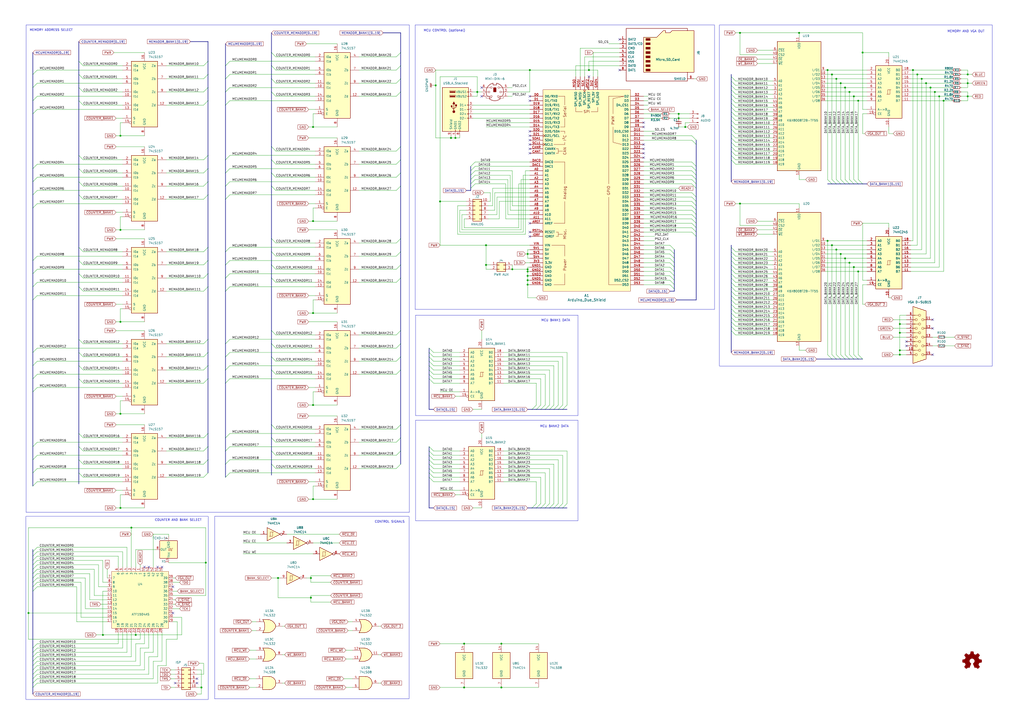
<source format=kicad_sch>
(kicad_sch (version 20231120) (generator "eeschema") (generator_version "8.0")
  (paper "A2")
  (title_block (title "VGA Dual Buffer Video") (date "2025-07-16") (rev "1"))
  (junction (at 482.6 43.18))
  (junction (at 495.3 55.88))
  (junction (at 290.83 373.38))
  (junction (at 290.83 398.78))
  (junction (at 181.61 181.61))
  (junction (at 480.06 40.64))
  (junction (at 487.68 48.26))
  (junction (at 492.76 152.4))
  (junction (at 485.14 45.72))
  (junction (at 297.18 156.21))
  (junction (at 482.6 142.24))
  (junction (at 485.14 144.78))
  (junction (at 261.62 80.01))
  (junction (at 490.22 50.8))
  (junction (at 306.07 147.32))
  (junction (at 255.27 116.84))
  (junction (at 181.61 289.56))
  (junction (at 397.51 73.66))
  (junction (at 252.73 49.53))
  (junction (at 16.51 355.6))
  (junction (at 69.85 133.35))
  (junction (at 307.34 40.64))
  (junction (at 276.86 53.34))
  (junction (at 393.7 68.58))
  (junction (at 542.29 53.34))
  (junction (at 269.24 373.38))
  (junction (at 497.84 157.48))
  (junction (at 544.83 55.88))
  (junction (at 180.34 346.71))
  (junction (at 497.84 58.42))
  (junction (at 537.21 48.26))
  (junction (at 521.97 193.04))
  (junction (at 521.97 187.96))
  (junction (at 119.38 326.39))
  (junction (at 181.61 128.27))
  (junction (at 59.69 368.3))
  (junction (at 78.74 368.3))
  (junction (at 264.16 80.01))
  (junction (at 69.85 294.64))
  (junction (at 269.24 398.78))
  (junction (at 116.84 398.78))
  (junction (at 487.68 147.32))
  (junction (at 306.07 156.21))
  (junction (at 341.63 40.64))
  (junction (at 181.61 234.95))
  (junction (at 480.06 139.7))
  (junction (at 306.07 162.56))
  (junction (at 463.55 19.05))
  (junction (at 69.85 78.74))
  (junction (at 561.34 43.18))
  (junction (at 521.97 205.74))
  (junction (at 161.29 335.28))
  (junction (at 393.7 66.04))
  (junction (at 547.37 58.42))
  (junction (at 306.07 160.02))
  (junction (at 500.38 30.48))
  (junction (at 561.34 55.88))
  (junction (at 281.94 153.67))
  (junction (at 492.76 53.34))
  (junction (at 281.94 142.24))
  (junction (at 521.97 203.2))
  (junction (at 181.61 73.66))
  (junction (at 539.75 50.8))
  (junction (at 561.34 48.26))
  (junction (at 534.67 45.72))
  (junction (at 306.07 165.1))
  (junction (at 69.85 240.03))
  (junction (at 490.22 149.86))
  (junction (at 529.59 40.64))
  (junction (at 69.85 186.69))
  (junction (at 495.3 154.94))
  (junction (at 306.07 157.48))
  (junction (at 429.26 19.05))
  (junction (at 76.2 306.07))
  (junction (at 180.34 335.28))
  (junction (at 532.13 43.18))
  (junction (at 429.26 118.11))
  (no_connect (at 100.33 340.36))
  (no_connect (at 114.3 393.7))
  (no_connect (at 373.38 83.82))
  (no_connect (at 83.82 328.93))
  (no_connect (at 541.02 205.74))
  (no_connect (at 307.34 55.88))
  (no_connect (at 359.41 40.64))
  (no_connect (at 525.78 200.66))
  (no_connect (at 279.4 50.8))
  (no_connect (at 93.98 328.93))
  (no_connect (at 100.33 355.6))
  (no_connect (at 86.36 328.93))
  (no_connect (at 373.38 86.36))
  (no_connect (at 541.02 185.42))
  (no_connect (at 373.38 73.66))
  (no_connect (at 341.63 44.45))
  (no_connect (at 373.38 71.12))
  (no_connect (at 114.3 396.24))
  (no_connect (at 373.38 88.9))
  (no_connect (at 373.38 91.44))
  (no_connect (at 541.02 190.5))
  (no_connect (at 307.34 78.74))
  (no_connect (at 101.6 396.24))
  (no_connect (at 307.34 129.54))
  (no_connect (at 307.34 86.36))
  (no_connect (at 91.44 328.93))
  (no_connect (at 307.34 83.82))
  (no_connect (at 307.34 81.28))
  (no_connect (at 307.34 58.42))
  (no_connect (at 307.34 137.16))
  (no_connect (at 279.4 55.88))
  (no_connect (at 525.78 198.12))
  (no_connect (at 359.41 22.86))
  (no_connect (at 307.34 76.2))
  (no_connect (at 307.34 134.62))
  (no_connect (at 307.34 88.9))
  (bus_entry (at 157.48 107.95) (size 2.54 2.54))
  (bus_entry (at 401.32 114.3) (size 2.54 2.54))
  (bus_entry (at 424.18 87.63) (size 2.54 2.54))
  (bus_entry (at 120.65 151.13) (size -2.54 2.54))
  (bus_entry (at 133.35 43.18) (size -2.54 2.54))
  (bus_entry (at 120.65 166.37) (size -2.54 2.54))
  (bus_entry (at 21.59 378.46) (size -2.54 2.54))
  (bus_entry (at 21.59 386.08) (size -2.54 2.54))
  (bus_entry (at 424.18 74.93) (size 2.54 2.54))
  (bus_entry (at 275.59 104.14) (size -2.54 2.54))
  (bus_entry (at 251.46 222.25) (size -2.54 -2.54))
  (bus_entry (at 45.72 219.71) (size 2.54 2.54))
  (bus_entry (at 157.48 146.05) (size 2.54 2.54))
  (bus_entry (at 118.11 38.1) (size 2.54 -2.54))
  (bus_entry (at 316.23 234.95) (size -2.54 2.54))
  (bus_entry (at 388.62 160.02) (size 2.54 2.54))
  (bus_entry (at 275.59 96.52) (size -2.54 2.54))
  (bus_entry (at 157.48 191.77) (size 2.54 2.54))
  (bus_entry (at 401.32 99.06) (size 2.54 2.54))
  (bus_entry (at 424.18 161.29) (size 2.54 2.54))
  (bus_entry (at 424.18 52.07) (size 2.54 2.54))
  (bus_entry (at 229.87 40.64) (size 2.54 -2.54))
  (bus_entry (at 490.22 104.14) (size 2.54 2.54))
  (bus_entry (at 424.18 163.83) (size 2.54 2.54))
  (bus_entry (at 21.59 171.45) (size -2.54 2.54))
  (bus_entry (at 275.59 93.98) (size -2.54 2.54))
  (bus_entry (at 401.32 127) (size 2.54 2.54))
  (bus_entry (at 21.59 156.21) (size -2.54 2.54))
  (bus_entry (at 321.31 234.95) (size -2.54 2.54))
  (bus_entry (at 424.18 153.67) (size 2.54 2.54))
  (bus_entry (at 251.46 209.55) (size -2.54 -2.54))
  (bus_entry (at 424.18 44.45) (size 2.54 2.54))
  (bus_entry (at 495.3 104.14) (size 2.54 2.54))
  (bus_entry (at 120.65 158.75) (size -2.54 2.54))
  (bus_entry (at 157.48 138.43) (size 2.54 2.54))
  (bus_entry (at 424.18 179.07) (size 2.54 2.54))
  (bus_entry (at 157.48 214.63) (size 2.54 2.54))
  (bus_entry (at 480.06 104.14) (size 2.54 2.54))
  (bus_entry (at 401.32 129.54) (size 2.54 2.54))
  (bus_entry (at 401.32 119.38) (size 2.54 2.54))
  (bus_entry (at 133.35 151.13) (size -2.54 2.54))
  (bus_entry (at 118.11 115.57) (size 2.54 -2.54))
  (bus_entry (at 326.39 292.1) (size -2.54 2.54))
  (bus_entry (at 157.48 30.48) (size 2.54 2.54))
  (bus_entry (at 45.72 158.75) (size 2.54 2.54))
  (bus_entry (at 388.62 154.94) (size 2.54 2.54))
  (bus_entry (at 401.32 78.74) (size 2.54 2.54))
  (bus_entry (at 401.32 81.28) (size 2.54 2.54))
  (bus_entry (at 424.18 173.99) (size 2.54 2.54))
  (bus_entry (at 21.59 264.16) (size -2.54 2.54))
  (bus_entry (at 326.39 234.95) (size -2.54 2.54))
  (bus_entry (at 401.32 134.62) (size 2.54 2.54))
  (bus_entry (at 321.31 292.1) (size -2.54 2.54))
  (bus_entry (at 311.15 292.1) (size -2.54 2.54))
  (bus_entry (at 133.35 97.79) (size -2.54 2.54))
  (bus_entry (at 21.59 320.04) (size -2.54 2.54))
  (bus_entry (at 401.32 106.68) (size 2.54 2.54))
  (bus_entry (at 157.48 161.29) (size 2.54 2.54))
  (bus_entry (at 133.35 50.8) (size -2.54 2.54))
  (bus_entry (at 482.6 205.74) (size 2.54 2.54))
  (bus_entry (at 45.72 35.56) (size 2.54 2.54))
  (bus_entry (at 118.11 53.34) (size 2.54 -2.54))
  (bus_entry (at 424.18 49.53) (size 2.54 2.54))
  (bus_entry (at 232.41 254) (size -2.54 2.54))
  (bus_entry (at 21.59 279.4) (size -2.54 2.54))
  (bus_entry (at 495.3 205.74) (size 2.54 2.54))
  (bus_entry (at 424.18 90.17) (size 2.54 2.54))
  (bus_entry (at 45.72 90.17) (size 2.54 2.54))
  (bus_entry (at 45.72 43.18) (size 2.54 2.54))
  (bus_entry (at 424.18 156.21) (size 2.54 2.54))
  (bus_entry (at 21.59 55.88) (size -2.54 2.54))
  (bus_entry (at 120.65 274.32) (size -2.54 2.54))
  (bus_entry (at 157.48 45.72) (size 2.54 2.54))
  (bus_entry (at 118.11 45.72) (size 2.54 -2.54))
  (bus_entry (at 424.18 54.61) (size 2.54 2.54))
  (bus_entry (at 133.35 196.85) (size -2.54 2.54))
  (bus_entry (at 388.62 157.48) (size 2.54 2.54))
  (bus_entry (at 323.85 234.95) (size -2.54 2.54))
  (bus_entry (at 497.84 104.14) (size 2.54 2.54))
  (bus_entry (at 424.18 64.77) (size 2.54 2.54))
  (bus_entry (at 232.41 214.63) (size -2.54 2.54))
  (bus_entry (at 21.59 224.79) (size -2.54 2.54))
  (bus_entry (at 229.87 110.49) (size 2.54 -2.54))
  (bus_entry (at 401.32 121.92) (size 2.54 2.54))
  (bus_entry (at 251.46 204.47) (size -2.54 -2.54))
  (bus_entry (at 45.72 274.32) (size 2.54 2.54))
  (bus_entry (at 120.65 204.47) (size -2.54 2.54))
  (bus_entry (at 323.85 292.1) (size -2.54 2.54))
  (bus_entry (at 229.87 55.88) (size 2.54 -2.54))
  (bus_entry (at 21.59 148.59) (size -2.54 2.54))
  (bus_entry (at 424.18 181.61) (size 2.54 2.54))
  (bus_entry (at 251.46 214.63) (size -2.54 -2.54))
  (bus_entry (at 45.72 251.46) (size 2.54 2.54))
  (bus_entry (at 157.48 207.01) (size 2.54 2.54))
  (bus_entry (at 424.18 186.69) (size 2.54 2.54))
  (bus_entry (at 480.06 205.74) (size 2.54 2.54))
  (bus_entry (at 232.41 153.67) (size -2.54 2.54))
  (bus_entry (at 318.77 292.1) (size -2.54 2.54))
  (bus_entry (at 251.46 266.7) (size -2.54 -2.54))
  (bus_entry (at 424.18 158.75) (size 2.54 2.54))
  (bus_entry (at 157.48 246.38) (size 2.54 2.54))
  (bus_entry (at 133.35 158.75) (size -2.54 2.54))
  (bus_entry (at 424.18 191.77) (size 2.54 2.54))
  (bus_entry (at 424.18 151.13) (size 2.54 2.54))
  (bus_entry (at 21.59 110.49) (size -2.54 2.54))
  (bus_entry (at 401.32 132.08) (size 2.54 2.54))
  (bus_entry (at 232.41 161.29) (size -2.54 2.54))
  (bus_entry (at 251.46 219.71) (size -2.54 -2.54))
  (bus_entry (at 328.93 234.95) (size -2.54 2.54))
  (bus_entry (at 487.68 104.14) (size 2.54 2.54))
  (bus_entry (at 401.32 96.52) (size 2.54 2.54))
  (bus_entry (at 275.59 99.06) (size -2.54 2.54))
  (bus_entry (at 21.59 340.36) (size -2.54 2.54))
  (bus_entry (at 232.41 146.05) (size -2.54 2.54))
  (bus_entry (at 21.59 201.93) (size -2.54 2.54))
  (bus_entry (at 388.62 152.4) (size 2.54 2.54))
  (bus_entry (at 482.6 104.14) (size 2.54 2.54))
  (bus_entry (at 424.18 67.31) (size 2.54 2.54))
  (bus_entry (at 251.46 271.78) (size -2.54 -2.54))
  (bus_entry (at 232.41 199.39) (size -2.54 2.54))
  (bus_entry (at 229.87 33.02) (size 2.54 -2.54))
  (bus_entry (at 21.59 40.64) (size -2.54 2.54))
  (bus_entry (at 21.59 217.17) (size -2.54 2.54))
  (bus_entry (at 21.59 322.58) (size -2.54 2.54))
  (bus_entry (at 401.32 93.98) (size 2.54 2.54))
  (bus_entry (at 316.23 292.1) (size -2.54 2.54))
  (bus_entry (at 21.59 337.82) (size -2.54 2.54))
  (bus_entry (at 424.18 77.47) (size 2.54 2.54))
  (bus_entry (at 487.68 205.74) (size 2.54 2.54))
  (bus_entry (at 424.18 62.23) (size 2.54 2.54))
  (bus_entry (at 45.72 105.41) (size 2.54 2.54))
  (bus_entry (at 388.62 165.1) (size 2.54 2.54))
  (bus_entry (at 424.18 92.71) (size 2.54 2.54))
  (bus_entry (at 21.59 63.5) (size -2.54 2.54))
  (bus_entry (at 133.35 212.09) (size -2.54 2.54))
  (bus_entry (at 21.59 391.16) (size -2.54 2.54))
  (bus_entry (at 490.22 205.74) (size 2.54 2.54))
  (bus_entry (at 21.59 327.66) (size -2.54 2.54))
  (bus_entry (at 133.35 266.7) (size -2.54 2.54))
  (bus_entry (at 133.35 58.42) (size -2.54 2.54))
  (bus_entry (at 229.87 95.25) (size 2.54 -2.54))
  (bus_entry (at 424.18 184.15) (size 2.54 2.54))
  (bus_entry (at 401.32 116.84) (size 2.54 2.54))
  (bus_entry (at 388.62 149.86) (size 2.54 2.54))
  (bus_entry (at 424.18 171.45) (size 2.54 2.54))
  (bus_entry (at 251.46 279.4) (size -2.54 -2.54))
  (bus_entry (at 21.59 381) (size -2.54 2.54))
  (bus_entry (at 21.59 271.78) (size -2.54 2.54))
  (bus_entry (at 45.72 204.47) (size 2.54 2.54))
  (bus_entry (at 492.76 205.74) (size 2.54 2.54))
  (bus_entry (at 118.11 107.95) (size 2.54 -2.54))
  (bus_entry (at 232.41 207.01) (size -2.54 2.54))
  (bus_entry (at 424.18 85.09) (size 2.54 2.54))
  (bus_entry (at 133.35 274.32) (size -2.54 2.54))
  (bus_entry (at 118.11 100.33) (size 2.54 -2.54))
  (bus_entry (at 229.87 102.87) (size 2.54 -2.54))
  (bus_entry (at 313.69 292.1) (size -2.54 2.54))
  (bus_entry (at 251.46 264.16) (size -2.54 -2.54))
  (bus_entry (at 485.14 205.74) (size 2.54 2.54))
  (bus_entry (at 133.35 219.71) (size -2.54 2.54))
  (bus_entry (at 424.18 189.23) (size 2.54 2.54))
  (bus_entry (at 388.62 147.32) (size 2.54 2.54))
  (bus_entry (at 120.65 259.08) (size -2.54 2.54))
  (bus_entry (at 424.18 69.85) (size 2.54 2.54))
  (bus_entry (at 21.59 163.83) (size -2.54 2.54))
  (bus_entry (at 120.65 143.51) (size -2.54 2.54))
  (bus_entry (at 133.35 105.41) (size -2.54 2.54))
  (bus_entry (at 275.59 106.68) (size -2.54 2.54))
  (bus_entry (at 401.32 101.6) (size 2.54 2.54))
  (bus_entry (at 424.18 46.99) (size 2.54 2.54))
  (bus_entry (at 328.93 292.1) (size -2.54 2.54))
  (bus_entry (at 133.35 90.17) (size -2.54 2.54))
  (bus_entry (at 251.46 274.32) (size -2.54 -2.54))
  (bus_entry (at 251.46 276.86) (size -2.54 -2.54))
  (bus_entry (at 157.48 85.09) (size 2.54 2.54))
  (bus_entry (at 157.48 261.62) (size 2.54 2.54))
  (bus_entry (at 45.72 97.79) (size 2.54 2.54))
  (bus_entry (at 424.18 59.69) (size 2.54 2.54))
  (bus_entry (at 21.59 118.11) (size -2.54 2.54))
  (bus_entry (at 45.72 50.8) (size 2.54 2.54))
  (bus_entry (at 157.48 199.39) (size 2.54 2.54))
  (bus_entry (at 21.59 396.24) (size -2.54 2.54))
  (bus_entry (at 229.87 87.63) (size 2.54 -2.54))
  (bus_entry (at 318.77 234.95) (size -2.54 2.54))
  (bus_entry (at 424.18 146.05) (size 2.54 2.54))
  (bus_entry (at 21.59 388.62) (size -2.54 2.54))
  (bus_entry (at 133.35 113.03) (size -2.54 2.54))
  (bus_entry (at 232.41 191.77) (size -2.54 2.54))
  (bus_entry (at 232.41 261.62) (size -2.54 2.54))
  (bus_entry (at 251.46 212.09) (size -2.54 -2.54))
  (bus_entry (at 251.46 261.62) (size -2.54 -2.54))
  (bus_entry (at 424.18 148.59) (size 2.54 2.54))
  (bus_entry (at 388.62 162.56) (size 2.54 2.54))
  (bus_entry (at 424.18 80.01) (size 2.54 2.54))
  (bus_entry (at 133.35 204.47) (size -2.54 2.54))
  (bus_entry (at 120.65 266.7) (size -2.54 2.54))
  (bus_entry (at 118.11 92.71) (size 2.54 -2.54))
  (bus_entry (at 133.35 166.37) (size -2.54 2.54))
  (bus_entry (at 232.41 269.24) (size -2.54 2.54))
  (bus_entry (at 21.59 95.25) (size -2.54 2.54))
  (bus_entry (at 424.18 72.39) (size 2.54 2.54))
  (bus_entry (at 424.18 82.55) (size 2.54 2.54))
  (bus_entry (at 45.72 113.03) (size 2.54 2.54))
  (bus_entry (at 157.48 53.34) (size 2.54 2.54))
  (bus_entry (at 120.65 212.09) (size -2.54 2.54))
  (bus_entry (at 497.84 205.74) (size 2.54 2.54))
  (bus_entry (at 275.59 101.6) (size -2.54 2.54))
  (bus_entry (at 120.65 219.71) (size -2.54 2.54))
  (bus_entry (at 21.59 330.2) (size -2.54 2.54))
  (bus_entry (at 388.62 142.24) (size 2.54 2.54))
  (bus_entry (at 133.35 35.56) (size -2.54 2.54))
  (bus_entry (at 21.59 317.5) (size -2.54 2.54))
  (bus_entry (at 424.18 168.91) (size 2.54 2.54))
  (bus_entry (at 21.59 48.26) (size -2.54 2.54))
  (bus_entry (at 45.72 266.7) (size 2.54 2.54))
  (bus_entry (at 45.72 259.08) (size 2.54 2.54))
  (bus_entry (at 232.41 138.43) (size -2.54 2.54))
  (bus_entry (at 21.59 383.54) (size -2.54 2.54))
  (bus_entry (at 21.59 102.87) (size -2.54 2.54))
  (bus_entry (at 492.76 104.14) (size 2.54 2.54))
  (bus_entry (at 157.48 153.67) (size 2.54 2.54))
  (bus_entry (at 21.59 209.55) (size -2.54 2.54))
  (bus_entry (at 401.32 104.14) (size 2.54 2.54))
  (bus_entry (at 251.46 269.24) (size -2.54 -2.54))
  (bus_entry (at 313.69 234.95) (size -2.54 2.54))
  (bus_entry (at 232.41 246.38) (size -2.54 2.54))
  (bus_entry (at 424.18 143.51) (size 2.54 2.54))
  (bus_entry (at 311.15 234.95) (size -2.54 2.54))
  (bus_entry (at 251.46 207.01) (size -2.54 -2.54))
  (bus_entry (at 45.72 212.09) (size 2.54 2.54))
  (bus_entry (at 424.18 57.15) (size 2.54 2.54))
  (bus_entry (at 21.59 375.92) (size -2.54 2.54))
  (bus_entry (at 21.59 332.74) (size -2.54 2.54))
  (bus_entry (at 157.48 92.71) (size 2.54 2.54))
  (bus_entry (at 485.14 104.14) (size 2.54 2.54))
  (bus_entry (at 45.72 196.85) (size 2.54 2.54))
  (bus_entry (at 21.59 325.12) (size -2.54 2.54))
  (bus_entry (at 157.48 38.1) (size 2.54 2.54))
  (bus_entry (at 157.48 100.33) (size 2.54 2.54))
  (bus_entry (at 21.59 393.7) (size -2.54 2.54))
  (bus_entry (at 157.48 269.24) (size 2.54 2.54))
  (bus_entry (at 401.32 124.46) (size 2.54 2.54))
  (bus_entry (at 118.11 60.96) (size 2.54 -2.54))
  (bus_entry (at 157.48 254) (size 2.54 2.54))
  (bus_entry (at 401.32 111.76) (size 2.54 2.54))
  (bus_entry (at 21.59 256.54) (size -2.54 2.54))
  (bus_entry (at 45.72 151.13) (size 2.54 2.54))
  (bus_entry (at 133.35 259.08) (size -2.54 2.54))
  (bus_entry (at 120.65 196.85) (size -2.54 2.54))
  (bus_entry (at 45.72 58.42) (size 2.54 2.54))
  (bus_entry (at 21.59 335.28) (size -2.54 2.54))
  (bus_entry (at 45.72 166.37) (size 2.54 2.54))
  (bus_entry (at 133.35 143.51) (size -2.54 2.54))
  (bus_entry (at 424.18 176.53) (size 2.54 2.54))
  (bus_entry (at 21.59 373.38) (size -2.54 2.54))
  (bus_entry (at 388.62 144.78) (size 2.54 2.54))
  (bus_entry (at 229.87 48.26) (size 2.54 -2.54))
  (bus_entry (at 120.65 251.46) (size -2.54 2.54))
  (bus_entry (at 424.18 166.37) (size 2.54 2.54))
  (bus_entry (at 133.35 251.46) (size -2.54 2.54))
  (bus_entry (at 45.72 143.51) (size 2.54 2.54))
  (bus_entry (at 251.46 217.17) (size -2.54 -2.54))
  (wire (pts (xy 478.79 157.48) (xy 497.84 157.48)))
  (wire (pts (xy 100.33 345.44) (xy 119.38 345.44)))
  (wire (pts (xy 21.59 332.74) (xy 52.07 332.74)))
  (wire (pts (xy 48.26 261.62) (xy 71.12 261.62)))
  (wire (pts (xy 275.59 99.06) (xy 297.18 99.06)))
  (wire (pts (xy 133.35 97.79) (xy 182.88 97.79)))
  (wire (pts (xy 93.98 383.54) (xy 88.9 383.54)))
  (wire (pts (xy 448.31 49.53) (xy 426.72 49.53)))
  (wire (pts (xy 160.02 201.93) (xy 182.88 201.93)))
  (wire (pts (xy 281.94 142.24) (xy 307.34 142.24)))
  (wire (pts (xy 307.34 109.22) (xy 285.75 109.22)))
  (wire (pts (xy 463.55 104.14) (xy 467.36 104.14)))
  (wire (pts (xy 539.75 50.8) (xy 539.75 149.86)))
  (wire (pts (xy 69.85 232.41) (xy 69.85 240.03)))
  (wire (pts (xy 160.02 102.87) (xy 182.88 102.87)))
  (wire (pts (xy 500.38 162.56) (xy 500.38 129.54)))
  (bus (pts (xy 19.05 227.33) (xy 19.05 259.08)))
  (bus (pts (xy 308.61 237.49) (xy 311.15 237.49)))
  (wire (pts (xy 448.31 173.99) (xy 426.72 173.99)))
  (wire (pts (xy 21.59 320.04) (xy 71.12 320.04)))
  (wire (pts (xy 518.16 190.5) (xy 525.78 190.5)))
  (wire (pts (xy 502.92 66.04) (xy 500.38 66.04)))
  (bus (pts (xy 490.22 106.68) (xy 487.68 106.68)))
  (wire (pts (xy 21.59 325.12) (xy 59.69 325.12)))
  (wire (pts (xy 21.59 327.66) (xy 57.15 327.66)))
  (wire (pts (xy 21.59 63.5) (xy 71.12 63.5)))
  (wire (pts (xy 71.12 125.73) (xy 69.85 125.73)))
  (bus (pts (xy 403.86 121.92) (xy 403.86 124.46)))
  (wire (pts (xy 373.38 109.22) (xy 393.7 109.22)))
  (wire (pts (xy 99.06 393.7) (xy 101.6 393.7)))
  (wire (pts (xy 316.23 274.32) (xy 316.23 292.1)))
  (wire (pts (xy 548.64 200.66) (xy 553.72 200.66)))
  (wire (pts (xy 116.84 398.78) (xy 116.84 402.59)))
  (bus (pts (xy 19.05 332.74) (xy 19.05 335.28)))
  (wire (pts (xy 229.87 48.26) (xy 208.28 48.26)))
  (wire (pts (xy 21.59 55.88) (xy 71.12 55.88)))
  (wire (pts (xy 294.64 124.46) (xy 307.34 124.46)))
  (wire (pts (xy 78.74 383.54) (xy 21.59 383.54)))
  (bus (pts (xy 424.18 64.77) (xy 424.18 67.31)))
  (bus (pts (xy 424.18 146.05) (xy 424.18 148.59)))
  (wire (pts (xy 219.71 363.22) (xy 220.98 363.22)))
  (wire (pts (xy 67.31 284.48) (xy 71.12 284.48)))
  (wire (pts (xy 490.22 149.86) (xy 502.92 149.86)))
  (wire (pts (xy 91.44 396.24) (xy 21.59 396.24)))
  (wire (pts (xy 318.77 214.63) (xy 318.77 234.95)))
  (wire (pts (xy 116.84 398.78) (xy 114.3 398.78)))
  (bus (pts (xy 120.65 90.17) (xy 120.65 97.79)))
  (wire (pts (xy 485.14 45.72) (xy 485.14 104.14)))
  (bus (pts (xy 391.16 152.4) (xy 391.16 149.86)))
  (wire (pts (xy 288.29 124.46) (xy 283.21 124.46)))
  (wire (pts (xy 255.27 142.24) (xy 281.94 142.24)))
  (wire (pts (xy 295.91 101.6) (xy 295.91 121.92)))
  (wire (pts (xy 448.31 158.75) (xy 426.72 158.75)))
  (wire (pts (xy 21.59 163.83) (xy 71.12 163.83)))
  (wire (pts (xy 133.35 143.51) (xy 182.88 143.51)))
  (wire (pts (xy 229.87 217.17) (xy 208.28 217.17)))
  (wire (pts (xy 119.38 326.39) (xy 119.38 306.07)))
  (wire (pts (xy 557.53 48.26) (xy 561.34 48.26)))
  (wire (pts (xy 76.2 306.07) (xy 76.2 328.93)))
  (bus (pts (xy 130.81 107.95) (xy 130.81 115.57)))
  (wire (pts (xy 393.7 66.04) (xy 400.05 66.04)))
  (wire (pts (xy 306.07 144.78) (xy 307.34 144.78)))
  (wire (pts (xy 160.02 95.25) (xy 182.88 95.25)))
  (wire (pts (xy 86.36 367.03) (xy 86.36 375.92)))
  (wire (pts (xy 500.38 176.53) (xy 501.65 176.53)))
  (wire (pts (xy 229.87 87.63) (xy 208.28 87.63)))
  (wire (pts (xy 48.26 100.33) (xy 71.12 100.33)))
  (bus (pts (xy 388.62 168.91) (xy 391.16 168.91)))
  (bus (pts (xy 120.65 158.75) (xy 120.65 166.37)))
  (wire (pts (xy 118.11 92.71) (xy 96.52 92.71)))
  (wire (pts (xy 429.26 118.11) (xy 426.72 118.11)))
  (wire (pts (xy 448.31 57.15) (xy 426.72 57.15)))
  (wire (pts (xy 261.62 80.01) (xy 264.16 80.01)))
  (wire (pts (xy 69.85 133.35) (xy 83.82 133.35)))
  (wire (pts (xy 229.87 256.54) (xy 208.28 256.54)))
  (wire (pts (xy 105.41 368.3) (xy 78.74 368.3)))
  (wire (pts (xy 71.12 71.12) (xy 69.85 71.12)))
  (wire (pts (xy 44.45 360.68) (xy 44.45 340.36)))
  (wire (pts (xy 316.23 217.17) (xy 316.23 234.95)))
  (bus (pts (xy 424.18 168.91) (xy 424.18 171.45)))
  (bus (pts (xy 403.86 96.52) (xy 403.86 99.06)))
  (wire (pts (xy 303.53 101.6) (xy 303.53 134.62)))
  (wire (pts (xy 179.07 171.45) (xy 182.88 171.45)))
  (wire (pts (xy 500.38 129.54) (xy 515.62 129.54)))
  (bus (pts (xy 45.72 204.47) (xy 45.72 212.09)))
  (bus (pts (xy 120.65 35.56) (xy 120.65 43.18)))
  (bus (pts (xy 157.48 85.09) (xy 157.48 92.71)))
  (wire (pts (xy 90.17 318.77) (xy 78.74 318.77)))
  (wire (pts (xy 478.79 144.78) (xy 485.14 144.78)))
  (wire (pts (xy 490.22 149.86) (xy 490.22 205.74)))
  (wire (pts (xy 561.34 58.42) (xy 557.53 58.42)))
  (wire (pts (xy 429.26 31.75) (xy 448.31 31.75)))
  (wire (pts (xy 86.36 391.16) (xy 21.59 391.16)))
  (wire (pts (xy 521.97 182.88) (xy 521.97 187.96)))
  (polyline (pts (xy 241.046 182.88) (xy 241.046 241.046)))
  (wire (pts (xy 68.58 367.03) (xy 68.58 373.38)))
  (bus (pts (xy 424.18 74.93) (xy 424.18 77.47)))
  (wire (pts (xy 294.64 104.14) (xy 294.64 124.46)))
  (wire (pts (xy 563.88 55.88) (xy 561.34 55.88)))
  (wire (pts (xy 100.33 353.06) (xy 104.14 353.06)))
  (wire (pts (xy 160.02 271.78) (xy 182.88 271.78)))
  (wire (pts (xy 118.11 207.01) (xy 96.52 207.01)))
  (bus (pts (xy 392.43 173.99) (xy 403.86 173.99)))
  (wire (pts (xy 69.85 240.03) (xy 83.82 240.03)))
  (bus (pts (xy 403.86 109.22) (xy 403.86 114.3)))
  (wire (pts (xy 288.29 114.3) (xy 288.29 124.46)))
  (bus (pts (xy 424.18 80.01) (xy 424.18 82.55)))
  (wire (pts (xy 100.33 342.9) (xy 102.87 342.9)))
  (wire (pts (xy 191.77 349.25) (xy 180.34 349.25)))
  (wire (pts (xy 292.1 276.86) (xy 313.69 276.86)))
  (wire (pts (xy 100.33 358.14) (xy 105.41 358.14)))
  (bus (pts (xy 19.05 274.32) (xy 19.05 266.7)))
  (wire (pts (xy 502.92 63.5) (xy 500.38 63.5)))
  (bus (pts (xy 424.18 153.67) (xy 424.18 156.21)))
  (wire (pts (xy 279.4 237.49) (xy 274.32 237.49)))
  (wire (pts (xy 304.8 152.4) (xy 307.34 152.4)))
  (bus (pts (xy 318.77 294.64) (xy 321.31 294.64)))
  (wire (pts (xy 144.78 377.19) (xy 148.59 377.19)))
  (wire (pts (xy 116.84 388.62) (xy 116.84 398.78)))
  (bus (pts (xy 130.81 168.91) (xy 130.81 199.39)))
  (wire (pts (xy 373.38 154.94) (xy 388.62 154.94)))
  (bus (pts (xy 424.18 43.18) (xy 424.18 44.45)))
  (wire (pts (xy 306.07 154.94) (xy 306.07 156.21)))
  (wire (pts (xy 267.97 133.35) (xy 302.26 133.35)))
  (wire (pts (xy 219.71 396.24) (xy 220.98 396.24)))
  (wire (pts (xy 99.06 388.62) (xy 101.6 388.62)))
  (bus (pts (xy 19.05 320.04) (xy 19.05 322.58)))
  (bus (pts (xy 403.86 104.14) (xy 403.86 106.68)))
  (wire (pts (xy 401.32 116.84) (xy 373.38 116.84)))
  (wire (pts (xy 515.62 129.54) (xy 515.62 132.08)))
  (wire (pts (xy 251.46 217.17) (xy 266.7 217.17)))
  (bus (pts (xy 424.18 176.53) (xy 424.18 179.07)))
  (wire (pts (xy 547.37 58.42) (xy 552.45 58.42)))
  (bus (pts (xy 232.41 85.09) (xy 232.41 92.71)))
  (bus (pts (xy 251.46 237.49) (xy 248.92 237.49)))
  (wire (pts (xy 344.17 30.48) (xy 359.41 30.48)))
  (bus (pts (xy 19.05 330.2) (xy 19.05 332.74)))
  (wire (pts (xy 62.23 360.68) (xy 44.45 360.68)))
  (wire (pts (xy 118.11 222.25) (xy 96.52 222.25)))
  (wire (pts (xy 373.38 99.06) (xy 401.32 99.06)))
  (wire (pts (xy 373.38 55.88) (xy 375.92 55.88)))
  (wire (pts (xy 393.7 66.04) (xy 393.7 68.58)))
  (wire (pts (xy 251.46 222.25) (xy 266.7 222.25)))
  (bus (pts (xy 232.41 19.05) (xy 232.41 30.48)))
  (wire (pts (xy 219.71 379.73) (xy 220.98 379.73)))
  (wire (pts (xy 118.11 53.34) (xy 96.52 53.34)))
  (wire (pts (xy 83.82 378.46) (xy 83.82 388.62)))
  (bus (pts (xy 19.05 166.37) (xy 19.05 173.99)))
  (bus (pts (xy 424.18 179.07) (xy 424.18 181.61)))
  (wire (pts (xy 229.87 33.02) (xy 208.28 33.02)))
  (wire (pts (xy 401.32 121.92) (xy 373.38 121.92)))
  (wire (pts (xy 280.67 111.76) (xy 284.48 111.76)))
  (wire (pts (xy 251.46 204.47) (xy 266.7 204.47)))
  (bus (pts (xy 391.16 154.94) (xy 391.16 152.4)))
  (wire (pts (xy 448.31 146.05) (xy 426.72 146.05)))
  (bus (pts (xy 321.31 294.64) (xy 323.85 294.64)))
  (wire (pts (xy 346.71 40.64) (xy 346.71 44.45)))
  (wire (pts (xy 48.26 153.67) (xy 71.12 153.67)))
  (bus (pts (xy 45.72 166.37) (xy 45.72 196.85)))
  (wire (pts (xy 118.11 60.96) (xy 96.52 60.96)))
  (wire (pts (xy 133.35 35.56) (xy 182.88 35.56)))
  (wire (pts (xy 255.27 116.84) (xy 255.27 142.24)))
  (wire (pts (xy 114.3 391.16) (xy 118.11 391.16)))
  (bus (pts (xy 45.72 212.09) (xy 45.72 219.71)))
  (wire (pts (xy 91.44 386.08) (xy 91.44 396.24)))
  (wire (pts (xy 448.31 62.23) (xy 426.72 62.23)))
  (wire (pts (xy 81.28 386.08) (xy 21.59 386.08)))
  (wire (pts (xy 548.64 195.58) (xy 553.72 195.58)))
  (wire (pts (xy 274.32 53.34) (xy 276.86 53.34)))
  (wire (pts (xy 528.32 149.86) (xy 539.75 149.86)))
  (wire (pts (xy 307.34 127) (xy 293.37 127)))
  (bus (pts (xy 120.65 113.03) (xy 120.65 143.51)))
  (bus (pts (xy 403.86 129.54) (xy 403.86 132.08)))
  (bus (pts (xy 130.81 276.86) (xy 130.81 269.24)))
  (wire (pts (xy 91.44 367.03) (xy 91.44 381)))
  (wire (pts (xy 487.68 147.32) (xy 502.92 147.32)))
  (wire (pts (xy 334.01 38.1) (xy 359.41 38.1)))
  (wire (pts (xy 534.67 45.72) (xy 534.67 144.78)))
  (bus (pts (xy 273.05 109.22) (xy 273.05 110.49)))
  (bus (pts (xy 45.72 24.13) (xy 45.72 35.56)))
  (wire (pts (xy 478.79 53.34) (xy 492.76 53.34)))
  (bus (pts (xy 19.05 281.94) (xy 19.05 274.32)))
  (wire (pts (xy 160.02 163.83) (xy 182.88 163.83)))
  (bus (pts (xy 19.05 388.62) (xy 19.05 386.08)))
  (wire (pts (xy 295.91 121.92) (xy 307.34 121.92)))
  (bus (pts (xy 424.18 171.45) (xy 424.18 173.99)))
  (wire (pts (xy 229.87 148.59) (xy 208.28 148.59)))
  (wire (pts (xy 373.38 129.54) (xy 401.32 129.54)))
  (wire (pts (xy 307.34 111.76) (xy 287.02 111.76)))
  (wire (pts (xy 294.64 53.34) (xy 307.34 53.34)))
  (wire (pts (xy 502.92 162.56) (xy 500.38 162.56)))
  (wire (pts (xy 463.55 118.11) (xy 463.55 120.65)))
  (wire (pts (xy 276.86 44.45) (xy 255.27 44.45)))
  (wire (pts (xy 500.38 165.1) (xy 500.38 176.53)))
  (wire (pts (xy 448.31 80.01) (xy 426.72 80.01)))
  (bus (pts (xy 130.81 199.39) (xy 130.81 207.01)))
  (wire (pts (xy 118.11 199.39) (xy 96.52 199.39)))
  (wire (pts (xy 306.07 160.02) (xy 306.07 162.56)))
  (wire (pts (xy 62.23 337.82) (xy 59.69 337.82)))
  (wire (pts (xy 118.11 384.81) (xy 115.57 384.81)))
  (bus (pts (xy 19.05 388.62) (xy 19.05 391.16)))
  (wire (pts (xy 307.34 149.86) (xy 306.07 149.86)))
  (wire (pts (xy 557.53 43.18) (xy 561.34 43.18)))
  (wire (pts (xy 397.51 71.12) (xy 397.51 73.66)))
  (bus (pts (xy 130.81 60.96) (xy 130.81 92.71)))
  (bus (pts (xy 487.68 208.28) (xy 490.22 208.28)))
  (wire (pts (xy 48.26 254) (xy 71.12 254)))
  (bus (pts (xy 424.18 181.61) (xy 424.18 184.15)))
  (wire (pts (xy 311.15 292.1) (xy 311.15 279.4)))
  (wire (pts (xy 500.38 63.5) (xy 500.38 30.48)))
  (wire (pts (xy 448.31 186.69) (xy 426.72 186.69)))
  (wire (pts (xy 270.51 124.46) (xy 267.97 124.46)))
  (wire (pts (xy 160.02 264.16) (xy 182.88 264.16)))
  (wire (pts (xy 339.09 44.45) (xy 339.09 33.02)))
  (bus (pts (xy 157.48 146.05) (xy 157.48 153.67)))
  (wire (pts (xy 179.07 234.95) (xy 181.61 234.95)))
  (wire (pts (xy 81.28 367.03) (xy 81.28 370.84)))
  (bus (pts (xy 316.23 294.64) (xy 318.77 294.64)))
  (wire (pts (xy 255.27 44.45) (xy 255.27 116.84)))
  (wire (pts (xy 229.87 248.92) (xy 208.28 248.92)))
  (bus (pts (xy 120.65 97.79) (xy 120.65 105.41)))
  (bus (pts (xy 19.05 337.82) (xy 19.05 335.28)))
  (wire (pts (xy 229.87 201.93) (xy 208.28 201.93)))
  (wire (pts (xy 429.26 130.81) (xy 448.31 130.81)))
  (wire (pts (xy 306.07 162.56) (xy 307.34 162.56)))
  (wire (pts (xy 490.22 50.8) (xy 490.22 104.14)))
  (wire (pts (xy 179.07 241.3) (xy 195.58 241.3)))
  (wire (pts (xy 525.78 182.88) (xy 521.97 182.88)))
  (wire (pts (xy 448.31 46.99) (xy 426.72 46.99)))
  (bus (pts (xy 45.72 158.75) (xy 45.72 166.37)))
  (wire (pts (xy 118.11 45.72) (xy 96.52 45.72)))
  (bus (pts (xy 248.92 274.32) (xy 248.92 276.86)))
  (bus (pts (xy 120.65 251.46) (xy 120.65 259.08)))
  (bus (pts (xy 232.41 19.05) (xy 222.25 19.05)))
  (wire (pts (xy 133.35 204.47) (xy 182.88 204.47)))
  (bus (pts (xy 482.6 208.28) (xy 485.14 208.28)))
  (wire (pts (xy 448.31 82.55) (xy 426.72 82.55)))
  (bus (pts (xy 45.72 113.03) (xy 45.72 143.51)))
  (bus (pts (xy 157.48 19.05) (xy 157.48 30.48)))
  (wire (pts (xy 199.39 393.7) (xy 204.47 393.7)))
  (wire (pts (xy 264.16 80.01) (xy 266.7 80.01)))
  (bus (pts (xy 492.76 208.28) (xy 495.3 208.28)))
  (bus (pts (xy 120.65 166.37) (xy 120.65 196.85)))
  (wire (pts (xy 448.31 92.71) (xy 426.72 92.71)))
  (bus (pts (xy 316.23 237.49) (xy 318.77 237.49)))
  (wire (pts (xy 261.62 78.74) (xy 261.62 80.01)))
  (wire (pts (xy 100.33 360.68) (xy 102.87 360.68)))
  (bus (pts (xy 130.81 207.01) (xy 130.81 214.63)))
  (bus (pts (xy 19.05 43.18) (xy 19.05 50.8)))
  (wire (pts (xy 264.16 287.02) (xy 266.7 287.02)))
  (wire (pts (xy 16.51 355.6) (xy 62.23 355.6)))
  (bus (pts (xy 248.92 269.24) (xy 248.92 271.78)))
  (wire (pts (xy 341.63 35.56) (xy 341.63 40.64)))
  (wire (pts (xy 480.06 139.7) (xy 502.92 139.7)))
  (wire (pts (xy 251.46 261.62) (xy 266.7 261.62)))
  (bus (pts (xy 130.81 38.1) (xy 130.81 45.72)))
  (bus (pts (xy 232.41 207.01) (xy 232.41 214.63)))
  (wire (pts (xy 179.07 224.79) (xy 182.88 224.79)))
  (bus (pts (xy 424.18 54.61) (xy 424.18 57.15)))
  (bus (pts (xy 424.18 77.47) (xy 424.18 80.01)))
  (wire (pts (xy 339.09 33.02) (xy 359.41 33.02)))
  (bus (pts (xy 424.18 52.07) (xy 424.18 54.61)))
  (wire (pts (xy 161.29 335.28) (xy 161.29 346.71)))
  (bus (pts (xy 391.16 165.1) (xy 391.16 167.64)))
  (wire (pts (xy 118.11 168.91) (xy 96.52 168.91)))
  (wire (pts (xy 539.75 50.8) (xy 552.45 50.8)))
  (wire (pts (xy 321.31 269.24) (xy 321.31 292.1)))
  (wire (pts (xy 344.17 44.45) (xy 344.17 30.48)))
  (wire (pts (xy 251.46 214.63) (xy 266.7 214.63)))
  (wire (pts (xy 71.12 179.07) (xy 69.85 179.07)))
  (wire (pts (xy 323.85 209.55) (xy 323.85 234.95)))
  (bus (pts (xy 130.81 153.67) (xy 130.81 161.29)))
  (wire (pts (xy 251.46 212.09) (xy 266.7 212.09)))
  (wire (pts (xy 21.59 271.78) (xy 71.12 271.78)))
  (wire (pts (xy 264.16 229.87) (xy 266.7 229.87)))
  (bus (pts (xy 157.48 38.1) (xy 157.48 45.72)))
  (wire (pts (xy 160.02 248.92) (xy 182.88 248.92)))
  (bus (pts (xy 248.92 271.78) (xy 248.92 274.32)))
  (bus (pts (xy 157.48 153.67) (xy 157.48 161.29)))
  (wire (pts (xy 515.62 30.48) (xy 515.62 33.02)))
  (bus (pts (xy 19.05 396.24) (xy 19.05 398.78)))
  (wire (pts (xy 266.7 121.92) (xy 270.51 121.92)))
  (bus (pts (xy 19.05 173.99) (xy 19.05 204.47)))
  (wire (pts (xy 448.31 77.47) (xy 426.72 77.47)))
  (wire (pts (xy 541.02 200.66) (xy 543.56 200.66)))
  (bus (pts (xy 19.05 327.66) (xy 19.05 325.12)))
  (bus (pts (xy 45.72 259.08) (xy 45.72 266.7)))
  (wire (pts (xy 78.74 373.38) (xy 78.74 383.54)))
  (wire (pts (xy 21.59 381) (xy 76.2 381)))
  (wire (pts (xy 373.38 134.62) (xy 401.32 134.62)))
  (bus (pts (xy 45.72 97.79) (xy 45.72 105.41)))
  (bus (pts (xy 482.6 106.68) (xy 485.14 106.68)))
  (wire (pts (xy 140.97 314.96) (xy 166.37 314.96)))
  (wire (pts (xy 177.8 25.4) (xy 195.58 25.4)))
  (wire (pts (xy 306.07 165.1) (xy 306.07 172.72)))
  (bus (pts (xy 130.81 45.72) (xy 130.81 53.34)))
  (bus (pts (xy 19.05 322.58) (xy 19.05 325.12)))
  (bus (pts (xy 313.69 294.64) (xy 316.23 294.64)))
  (wire (pts (xy 266.7 78.74) (xy 266.7 80.01)))
  (wire (pts (xy 48.26 222.25) (xy 71.12 222.25)))
  (wire (pts (xy 397.51 73.66) (xy 398.78 73.66)))
  (wire (pts (xy 492.76 152.4) (xy 492.76 205.74)))
  (wire (pts (xy 353.06 25.4) (xy 359.41 25.4)))
  (bus (pts (xy 45.72 90.17) (xy 45.72 97.79)))
  (wire (pts (xy 300.99 106.68) (xy 300.99 132.08)))
  (wire (pts (xy 448.31 191.77) (xy 426.72 191.77)))
  (wire (pts (xy 118.11 254) (xy 96.52 254)))
  (bus (pts (xy 495.3 106.68) (xy 492.76 106.68)))
  (bus (pts (xy 273.05 104.14) (xy 273.05 106.68)))
  (wire (pts (xy 229.87 264.16) (xy 208.28 264.16)))
  (wire (pts (xy 181.61 281.94) (xy 181.61 289.56)))
  (bus (pts (xy 326.39 294.64) (xy 323.85 294.64)))
  (wire (pts (xy 266.7 134.62) (xy 266.7 121.92)))
  (wire (pts (xy 448.31 74.93) (xy 426.72 74.93)))
  (wire (pts (xy 181.61 181.61) (xy 195.58 181.61)))
  (wire (pts (xy 62.23 358.14) (xy 46.99 358.14)))
  (wire (pts (xy 21.59 40.64) (xy 71.12 40.64)))
  (bus (pts (xy 157.48 191.77) (xy 157.48 199.39)))
  (wire (pts (xy 269.24 398.78) (xy 290.83 398.78)))
  (wire (pts (xy 67.31 186.69) (xy 69.85 186.69)))
  (bus (pts (xy 424.18 189.23) (xy 424.18 191.77)))
  (wire (pts (xy 478.79 48.26) (xy 487.68 48.26)))
  (wire (pts (xy 59.69 337.82) (xy 59.69 325.12)))
  (bus (pts (xy 424.18 62.23) (xy 424.18 64.77)))
  (wire (pts (xy 179.07 289.56) (xy 181.61 289.56)))
  (bus (pts (xy 273.05 99.06) (xy 273.05 101.6)))
  (wire (pts (xy 463.55 118.11) (xy 429.26 118.11)))
  (wire (pts (xy 402.59 45.72) (xy 403.86 45.72)))
  (wire (pts (xy 323.85 266.7) (xy 323.85 292.1)))
  (wire (pts (xy 448.31 72.39) (xy 426.72 72.39)))
  (wire (pts (xy 160.02 148.59) (xy 182.88 148.59)))
  (bus (pts (xy 311.15 294.64) (xy 313.69 294.64)))
  (bus (pts (xy 232.41 214.63) (xy 232.41 246.38)))
  (bus (pts (xy 403.86 114.3) (xy 403.86 116.84)))
  (wire (pts (xy 373.38 104.14) (xy 401.32 104.14)))
  (wire (pts (xy 487.68 48.26) (xy 487.68 104.14)))
  (wire (pts (xy 264.16 78.74) (xy 264.16 80.01)))
  (wire (pts (xy 292.1 209.55) (xy 323.85 209.55)))
  (wire (pts (xy 480.06 139.7) (xy 480.06 205.74)))
  (bus (pts (xy 248.92 219.71) (xy 248.92 237.49)))
  (wire (pts (xy 373.38 127) (xy 401.32 127)))
  (wire (pts (xy 373.38 157.48) (xy 388.62 157.48)))
  (bus (pts (xy 424.18 57.15) (xy 424.18 59.69)))
  (wire (pts (xy 373.38 111.76) (xy 401.32 111.76)))
  (wire (pts (xy 133.35 43.18) (xy 182.88 43.18)))
  (wire (pts (xy 160.02 48.26) (xy 182.88 48.26)))
  (bus (pts (xy 232.41 153.67) (xy 232.41 161.29)))
  (wire (pts (xy 544.83 55.88) (xy 552.45 55.88)))
  (wire (pts (xy 373.38 78.74) (xy 401.32 78.74)))
  (wire (pts (xy 67.31 240.03) (xy 69.85 240.03)))
  (wire (pts (xy 487.68 48.26) (xy 502.92 48.26)))
  (bus (pts (xy 318.77 237.49) (xy 321.31 237.49)))
  (wire (pts (xy 251.46 276.86) (xy 266.7 276.86)))
  (wire (pts (xy 336.55 27.94) (xy 359.41 27.94)))
  (wire (pts (xy 292.1 264.16) (xy 326.39 264.16)))
  (bus (pts (xy 45.72 43.18) (xy 45.72 50.8)))
  (wire (pts (xy 96.52 370.84) (xy 96.52 386.08)))
  (bus (pts (xy 403.86 101.6) (xy 403.86 104.14)))
  (wire (pts (xy 48.26 161.29) (xy 71.12 161.29)))
  (wire (pts (xy 497.84 157.48) (xy 497.84 205.74)))
  (wire (pts (xy 429.26 130.81) (xy 429.26 118.11)))
  (wire (pts (xy 492.76 53.34) (xy 492.76 104.14)))
  (wire (pts (xy 69.85 125.73) (xy 69.85 133.35)))
  (bus (pts (xy 120.65 204.47) (xy 120.65 212.09)))
  (wire (pts (xy 478.79 139.7) (xy 480.06 139.7)))
  (wire (pts (xy 44.45 340.36) (xy 21.59 340.36)))
  (bus (pts (xy 424.18 59.69) (xy 424.18 62.23)))
  (wire (pts (xy 21.59 95.25) (xy 71.12 95.25)))
  (wire (pts (xy 229.87 40.64) (xy 208.28 40.64)))
  (wire (pts (xy 179.07 186.69) (xy 195.58 186.69)))
  (bus (pts (xy 19.05 342.9) (xy 19.05 375.92)))
  (bus (pts (xy 424.18 90.17) (xy 424.18 92.71)))
  (wire (pts (xy 118.11 214.63) (xy 96.52 214.63)))
  (wire (pts (xy 289.56 127) (xy 283.21 127)))
  (wire (pts (xy 71.12 367.03) (xy 71.12 375.92)))
  (wire (pts (xy 478.79 142.24) (xy 482.6 142.24)))
  (wire (pts (xy 281.94 156.21) (xy 284.48 156.21)))
  (wire (pts (xy 48.26 207.01) (xy 71.12 207.01)))
  (bus (pts (xy 391.16 149.86) (xy 391.16 147.32)))
  (bus (pts (xy 403.86 124.46) (xy 403.86 127)))
  (wire (pts (xy 515.62 77.47) (xy 518.16 77.47)))
  (wire (pts (xy 528.32 139.7) (xy 529.59 139.7)))
  (wire (pts (xy 537.21 48.26) (xy 552.45 48.26)))
  (polyline (pts (xy 335.28 241.046) (xy 241.046 241.046)))
  (wire (pts (xy 547.37 58.42) (xy 547.37 157.48)))
  (wire (pts (xy 69.85 294.64) (xy 83.82 294.64)))
  (bus (pts (xy 248.92 201.93) (xy 248.92 204.47)))
  (wire (pts (xy 529.59 40.64) (xy 552.45 40.64)))
  (wire (pts (xy 292.1 214.63) (xy 318.77 214.63)))
  (wire (pts (xy 251.46 209.55) (xy 266.7 209.55)))
  (bus (pts (xy 500.38 106.68) (xy 497.84 106.68)))
  (wire (pts (xy 229.87 194.31) (xy 208.28 194.31)))
  (wire (pts (xy 275.59 104.14) (xy 294.64 104.14)))
  (bus (pts (xy 19.05 391.16) (xy 19.05 393.7)))
  (wire (pts (xy 478.79 149.86) (xy 490.22 149.86)))
  (bus (pts (xy 311.15 237.49) (xy 313.69 237.49)))
  (wire (pts (xy 318.77 271.78) (xy 318.77 292.1)))
  (wire (pts (xy 229.87 271.78) (xy 208.28 271.78)))
  (wire (pts (xy 119.38 345.44) (xy 119.38 326.39)))
  (wire (pts (xy 251.46 219.71) (xy 266.7 219.71)))
  (wire (pts (xy 373.38 142.24) (xy 388.62 142.24)))
  (wire (pts (xy 478.79 45.72) (xy 485.14 45.72)))
  (wire (pts (xy 306.07 147.32) (xy 307.34 147.32)))
  (wire (pts (xy 118.11 115.57) (xy 96.52 115.57)))
  (wire (pts (xy 528.32 53.34) (xy 542.29 53.34)))
  (wire (pts (xy 292.1 217.17) (xy 316.23 217.17)))
  (wire (pts (xy 297.18 119.38) (xy 307.34 119.38)))
  (wire (pts (xy 48.26 53.34) (xy 71.12 53.34)))
  (wire (pts (xy 401.32 119.38) (xy 373.38 119.38)))
  (wire (pts (xy 482.6 43.18) (xy 502.92 43.18)))
  (bus (pts (xy 130.81 222.25) (xy 130.81 254)))
  (bus (pts (xy 19.05 386.08) (xy 19.05 383.54)))
  (wire (pts (xy 67.31 123.19) (xy 71.12 123.19)))
  (bus (pts (xy 157.48 30.48) (xy 157.48 38.1)))
  (bus (pts (xy 157.48 207.01) (xy 157.48 214.63)))
  (wire (pts (xy 118.11 261.62) (xy 96.52 261.62)))
  (wire (pts (xy 311.15 234.95) (xy 311.15 222.25)))
  (wire (pts (xy 275.59 101.6) (xy 295.91 101.6)))
  (wire (pts (xy 100.33 335.28) (xy 101.6 335.28)))
  (wire (pts (xy 133.35 259.08) (xy 182.88 259.08)))
  (wire (pts (xy 393.7 68.58) (xy 400.05 68.58)))
  (wire (pts (xy 448.31 166.37) (xy 426.72 166.37)))
  (bus (pts (xy 424.18 163.83) (xy 424.18 166.37)))
  (bus (pts (xy 424.18 87.63) (xy 424.18 90.17)))
  (bus (pts (xy 248.92 266.7) (xy 248.92 269.24)))
  (wire (pts (xy 500.38 30.48) (xy 500.38 19.05)))
  (wire (pts (xy 528.32 40.64) (xy 529.59 40.64)))
  (wire (pts (xy 490.22 50.8) (xy 502.92 50.8)))
  (bus (pts (xy 248.92 264.16) (xy 248.92 266.7)))
  (wire (pts (xy 281.94 73.66) (xy 307.34 73.66)))
  (wire (pts (xy 326.39 207.01) (xy 326.39 234.95)))
  (wire (pts (xy 289.56 116.84) (xy 289.56 127)))
  (wire (pts (xy 160.02 33.02) (xy 182.88 33.02)))
  (wire (pts (xy 495.3 55.88) (xy 495.3 104.14)))
  (wire (pts (xy 68.58 322.58) (xy 68.58 328.93)))
  (bus (pts (xy 232.41 191.77) (xy 232.41 199.39)))
  (wire (pts (xy 292.1 261.62) (xy 328.93 261.62)))
  (wire (pts (xy 306.07 157.48) (xy 306.07 160.02)))
  (wire (pts (xy 528.32 144.78) (xy 534.67 144.78)))
  (wire (pts (xy 181.61 66.04) (xy 181.61 73.66)))
  (wire (pts (xy 478.79 154.94) (xy 495.3 154.94)))
  (wire (pts (xy 544.83 55.88) (xy 544.83 154.94)))
  (wire (pts (xy 448.31 90.17) (xy 426.72 90.17)))
  (bus (pts (xy 19.05 204.47) (xy 19.05 212.09)))
  (bus (pts (xy 120.65 151.13) (xy 120.65 158.75)))
  (wire (pts (xy 485.14 144.78) (xy 502.92 144.78)))
  (wire (pts (xy 373.38 114.3) (xy 401.32 114.3)))
  (wire (pts (xy 179.07 63.5) (xy 182.88 63.5)))
  (wire (pts (xy 448.31 156.21) (xy 426.72 156.21)))
  (bus (pts (xy 19.05 318.77) (xy 19.05 320.04)))
  (wire (pts (xy 448.31 59.69) (xy 426.72 59.69)))
  (wire (pts (xy 21.59 209.55) (xy 71.12 209.55)))
  (wire (pts (xy 81.28 327.66) (xy 81.28 328.93)))
  (wire (pts (xy 290.83 373.38) (xy 312.42 373.38)))
  (bus (pts (xy 232.41 30.48) (xy 232.41 38.1)))
  (wire (pts (xy 448.31 168.91) (xy 426.72 168.91)))
  (bus (pts (xy 403.86 119.38) (xy 403.86 121.92)))
  (wire (pts (xy 279.4 191.77) (xy 279.4 196.85)))
  (bus (pts (xy 424.18 44.45) (xy 424.18 46.99)))
  (wire (pts (xy 67.31 246.38) (xy 83.82 246.38)))
  (bus (pts (xy 403.86 106.68) (xy 403.86 109.22)))
  (wire (pts (xy 492.76 152.4) (xy 502.92 152.4)))
  (bus (pts (xy 424.18 82.55) (xy 424.18 85.09)))
  (wire (pts (xy 373.38 101.6) (xy 401.32 101.6)))
  (wire (pts (xy 99.06 398.78) (xy 101.6 398.78)))
  (wire (pts (xy 439.42 133.35) (xy 448.31 133.35)))
  (bus (pts (xy 130.81 214.63) (xy 130.81 222.25)))
  (bus (pts (xy 248.92 217.17) (xy 248.92 219.71)))
  (bus (pts (xy 130.81 146.05) (xy 130.81 153.67)))
  (wire (pts (xy 373.38 66.04) (xy 383.54 66.04)))
  (wire (pts (xy 21.59 279.4) (xy 71.12 279.4)))
  (polyline (pts (xy 241.046 243.84) (xy 241.046 302.006)))
  (wire (pts (xy 251.46 279.4) (xy 266.7 279.4)))
  (wire (pts (xy 62.23 330.2) (xy 62.23 335.28)))
  (wire (pts (xy 229.87 55.88) (xy 208.28 55.88)))
  (wire (pts (xy 521.97 193.04) (xy 525.78 193.04)))
  (wire (pts (xy 116.84 402.59) (xy 114.3 402.59)))
  (wire (pts (xy 160.02 209.55) (xy 182.88 209.55)))
  (wire (pts (xy 521.97 187.96) (xy 521.97 193.04)))
  (wire (pts (xy 292.1 271.78) (xy 318.77 271.78)))
  (wire (pts (xy 373.38 93.98) (xy 401.32 93.98)))
  (wire (pts (xy 463.55 200.66) (xy 463.55 203.2)))
  (wire (pts (xy 67.31 294.64) (xy 69.85 294.64)))
  (wire (pts (xy 48.26 45.72) (xy 71.12 45.72)))
  (wire (pts (xy 448.31 95.25) (xy 426.72 95.25)))
  (wire (pts (xy 373.38 132.08) (xy 401.32 132.08)))
  (wire (pts (xy 306.07 147.32) (xy 306.07 144.78)))
  (wire (pts (xy 304.8 99.06) (xy 307.34 99.06)))
  (bus (pts (xy 424.18 158.75) (xy 424.18 161.29)))
  (bus (pts (xy 232.41 199.39) (xy 232.41 207.01)))
  (wire (pts (xy 518.16 195.58) (xy 525.78 195.58)))
  (wire (pts (xy 100.33 350.52) (xy 101.6 350.52)))
  (bus (pts (xy 232.41 146.05) (xy 232.41 153.67)))
  (wire (pts (xy 71.12 287.02) (xy 69.85 287.02)))
  (wire (pts (xy 528.32 45.72) (xy 534.67 45.72)))
  (wire (pts (xy 100.33 347.98) (xy 101.6 347.98)))
  (wire (pts (xy 304.8 135.89) (xy 304.8 99.06)))
  (wire (pts (xy 21.59 317.5) (xy 73.66 317.5)))
  (bus (pts (xy 248.92 209.55) (xy 248.92 212.09)))
  (wire (pts (xy 448.31 148.59) (xy 426.72 148.59)))
  (wire (pts (xy 73.66 367.03) (xy 73.66 378.46)))
  (wire (pts (xy 267.97 124.46) (xy 267.97 133.35)))
  (bus (pts (xy 403.86 81.28) (xy 403.86 83.82)))
  (bus (pts (xy 45.72 196.85) (xy 45.72 204.47)))
  (wire (pts (xy 269.24 127) (xy 270.51 127)))
  (bus (pts (xy 157.48 161.29) (xy 157.48 191.77)))
  (wire (pts (xy 118.11 107.95) (xy 96.52 107.95)))
  (wire (pts (xy 521.97 203.2) (xy 525.78 203.2)))
  (wire (pts (xy 48.26 168.91) (xy 71.12 168.91)))
  (bus (pts (xy 391.16 147.32) (xy 391.16 144.78)))
  (wire (pts (xy 160.02 194.31) (xy 182.88 194.31)))
  (wire (pts (xy 478.79 43.18) (xy 482.6 43.18)))
  (bus (pts (xy 130.81 115.57) (xy 130.81 146.05)))
  (wire (pts (xy 532.13 43.18) (xy 532.13 142.24)))
  (wire (pts (xy 229.87 209.55) (xy 208.28 209.55)))
  (wire (pts (xy 182.88 173.99) (xy 181.61 173.99)))
  (wire (pts (xy 67.31 85.09) (xy 83.82 85.09)))
  (wire (pts (xy 307.34 40.64) (xy 341.63 40.64)))
  (wire (pts (xy 48.26 92.71) (xy 71.12 92.71)))
  (wire (pts (xy 229.87 163.83) (xy 208.28 163.83)))
  (wire (pts (xy 62.23 353.06) (xy 49.53 353.06)))
  (wire (pts (xy 304.8 147.32) (xy 306.07 147.32)))
  (bus (pts (xy 19.05 105.41) (xy 19.05 113.03)))
  (wire (pts (xy 83.82 367.03) (xy 83.82 373.38)))
  (wire (pts (xy 478.79 50.8) (xy 490.22 50.8)))
  (wire (pts (xy 307.34 114.3) (xy 288.29 114.3)))
  (wire (pts (xy 140.97 321.31) (xy 181.61 321.31)))
  (wire (pts (xy 83.82 373.38) (xy 78.74 373.38)))
  (bus (pts (xy 497.84 208.28) (xy 500.38 208.28)))
  (wire (pts (xy 229.87 110.49) (xy 208.28 110.49)))
  (wire (pts (xy 96.52 386.08) (xy 91.44 386.08)))
  (bus (pts (xy 45.72 251.46) (xy 45.72 259.08)))
  (wire (pts (xy 69.85 71.12) (xy 69.85 78.74)))
  (wire (pts (xy 373.38 152.4) (xy 388.62 152.4)))
  (wire (pts (xy 229.87 140.97) (xy 208.28 140.97)))
  (wire (pts (xy 307.34 154.94) (xy 306.07 154.94)))
  (wire (pts (xy 16.51 306.07) (xy 16.51 355.6)))
  (wire (pts (xy 429.26 19.05) (xy 426.72 19.05)))
  (bus (pts (xy 232.41 138.43) (xy 232.41 146.05)))
  (wire (pts (xy 161.29 346.71) (xy 180.34 346.71)))
  (wire (pts (xy 265.43 119.38) (xy 265.43 135.89)))
  (wire (pts (xy 78.74 368.3) (xy 59.69 368.3)))
  (wire (pts (xy 62.23 340.36) (xy 57.15 340.36)))
  (wire (pts (xy 255.27 227.33) (xy 266.7 227.33)))
  (bus (pts (xy 424.18 166.37) (xy 424.18 168.91)))
  (wire (pts (xy 177.8 335.28) (xy 180.34 335.28)))
  (bus (pts (xy 120.65 24.13) (xy 120.65 35.56)))
  (wire (pts (xy 485.14 45.72) (xy 502.92 45.72)))
  (wire (pts (xy 541.02 195.58) (xy 543.56 195.58)))
  (wire (pts (xy 100.33 337.82) (xy 104.14 337.82)))
  (wire (pts (xy 163.83 396.24) (xy 165.1 396.24)))
  (wire (pts (xy 448.31 194.31) (xy 426.72 194.31)))
  (wire (pts (xy 448.31 161.29) (xy 426.72 161.29)))
  (wire (pts (xy 182.88 66.04) (xy 181.61 66.04)))
  (wire (pts (xy 373.38 139.7) (xy 379.73 139.7)))
  (polyline (pts (xy 241.046 182.88) (xy 335.28 182.88)))
  (bus (pts (xy 273.05 96.52) (xy 273.05 99.06)))
  (wire (pts (xy 480.06 40.64) (xy 480.06 104.14)))
  (wire (pts (xy 181.61 128.27) (xy 195.58 128.27)))
  (wire (pts (xy 97.79 309.88) (xy 88.9 309.88)))
  (wire (pts (xy 307.34 101.6) (xy 303.53 101.6)))
  (wire (pts (xy 144.78 398.78) (xy 148.59 398.78)))
  (wire (pts (xy 21.59 148.59) (xy 71.12 148.59)))
  (wire (pts (xy 133.35 151.13) (xy 182.88 151.13)))
  (bus (pts (xy 251.46 294.64) (xy 248.92 294.64)))
  (bus (pts (xy 45.72 143.51) (xy 45.72 151.13)))
  (wire (pts (xy 492.76 53.34) (xy 502.92 53.34)))
  (bus (pts (xy 120.65 266.7) (xy 120.65 274.32)))
  (wire (pts (xy 307.34 53.34) (xy 307.34 40.64)))
  (wire (pts (xy 133.35 90.17) (xy 182.88 90.17)))
  (bus (pts (xy 248.92 214.63) (xy 248.92 217.17)))
  (wire (pts (xy 251.46 274.32) (xy 266.7 274.32)))
  (wire (pts (xy 16.51 370.84) (xy 81.28 370.84)))
  (wire (pts (xy 448.31 85.09) (xy 426.72 85.09)))
  (wire (pts (xy 67.31 138.43) (xy 83.82 138.43)))
  (wire (pts (xy 118.11 38.1) (xy 96.52 38.1)))
  (wire (pts (xy 478.79 152.4) (xy 492.76 152.4)))
  (wire (pts (xy 275.59 96.52) (xy 307.34 96.52)))
  (bus (pts (xy 19.05 158.75) (xy 19.05 166.37)))
  (bus (pts (xy 502.92 106.68) (xy 500.38 106.68)))
  (bus (pts (xy 120.65 212.09) (xy 120.65 219.71)))
  (wire (pts (xy 276.86 44.45) (xy 276.86 53.34)))
  (wire (pts (xy 448.31 171.45) (xy 426.72 171.45)))
  (wire (pts (xy 500.38 77.47) (xy 501.65 77.47)))
  (wire (pts (xy 537.21 48.26) (xy 537.21 147.32)))
  (wire (pts (xy 66.04 30.48) (xy 83.82 30.48)))
  (bus (pts (xy 487.68 208.28) (xy 485.14 208.28)))
  (wire (pts (xy 78.74 318.77) (xy 78.74 328.93)))
  (wire (pts (xy 133.35 105.41) (xy 182.88 105.41)))
  (wire (pts (xy 21.59 201.93) (xy 71.12 201.93)))
  (bus (pts (xy 232.41 45.72) (xy 232.41 53.34)))
  (wire (pts (xy 144.78 382.27) (xy 148.59 382.27)))
  (wire (pts (xy 274.32 63.5) (xy 307.34 63.5)))
  (wire (pts (xy 200.66 398.78) (xy 204.47 398.78)))
  (wire (pts (xy 181.61 173.99) (xy 181.61 181.61)))
  (wire (pts (xy 76.2 306.07) (xy 119.38 306.07)))
  (wire (pts (xy 373.38 144.78) (xy 388.62 144.78)))
  (bus (pts (xy 424.18 49.53) (xy 424.18 52.07)))
  (polyline (pts (xy 335.28 243.84) (xy 335.28 302.006)))
  (bus (pts (xy 424.18 156.21) (xy 424.18 158.75)))
  (bus (pts (xy 157.48 269.24) (xy 157.48 275.59)))
  (wire (pts (xy 133.35 158.75) (xy 182.88 158.75)))
  (wire (pts (xy 102.87 370.84) (xy 96.52 370.84)))
  (bus (pts (xy 157.48 138.43) (xy 157.48 146.05)))
  (wire (pts (xy 275.59 93.98) (xy 307.34 93.98)))
  (wire (pts (xy 252.73 40.64) (xy 307.34 40.64)))
  (wire (pts (xy 58.42 350.52) (xy 62.23 350.52)))
  (wire (pts (xy 57.15 340.36) (xy 57.15 327.66)))
  (wire (pts (xy 306.07 157.48) (xy 307.34 157.48)))
  (wire (pts (xy 284.48 116.84) (xy 283.21 116.84)))
  (wire (pts (xy 276.86 55.88) (xy 276.86 53.34)))
  (wire (pts (xy 179.07 133.35) (xy 195.58 133.35)))
  (wire (pts (xy 21.59 373.38) (xy 68.58 373.38)))
  (wire (pts (xy 180.34 349.25) (xy 180.34 346.71)))
  (wire (pts (xy 500.38 66.04) (xy 500.38 77.47)))
  (wire (pts (xy 166.37 309.88) (xy 196.85 309.88)))
  (bus (pts (xy 424.18 46.99) (xy 424.18 49.53)))
  (wire (pts (xy 91.44 381) (xy 86.36 381)))
  (wire (pts (xy 518.16 185.42) (xy 525.78 185.42)))
  (bus (pts (xy 45.72 50.8) (xy 45.72 58.42)))
  (wire (pts (xy 251.46 269.24) (xy 266.7 269.24)))
  (wire (pts (xy 482.6 142.24) (xy 502.92 142.24)))
  (wire (pts (xy 518.16 205.74) (xy 521.97 205.74)))
  (bus (pts (xy 120.65 43.18) (xy 120.65 50.8)))
  (wire (pts (xy 160.02 40.64) (xy 182.88 40.64)))
  (wire (pts (xy 292.1 269.24) (xy 321.31 269.24)))
  (wire (pts (xy 285.75 119.38) (xy 283.21 119.38)))
  (wire (pts (xy 393.7 73.66) (xy 397.51 73.66)))
  (wire (pts (xy 275.59 106.68) (xy 293.37 106.68)))
  (wire (pts (xy 88.9 393.7) (xy 21.59 393.7)))
  (wire (pts (xy 180.34 335.28) (xy 180.34 337.82)))
  (wire (pts (xy 326.39 264.16) (xy 326.39 292.1)))
  (wire (pts (xy 388.62 68.58) (xy 393.7 68.58)))
  (bus (pts (xy 19.05 97.79) (xy 19.05 105.41)))
  (wire (pts (xy 21.59 378.46) (xy 73.66 378.46)))
  (wire (pts (xy 69.85 186.69) (xy 83.82 186.69)))
  (wire (pts (xy 528.32 55.88) (xy 544.83 55.88)))
  (wire (pts (xy 251.46 271.78) (xy 266.7 271.78)))
  (bus (pts (xy 19.05 396.24) (xy 19.05 393.7)))
  (bus (pts (xy 232.41 107.95) (xy 232.41 138.43)))
  (wire (pts (xy 448.31 184.15) (xy 426.72 184.15)))
  (wire (pts (xy 163.83 363.22) (xy 165.1 363.22)))
  (wire (pts (xy 373.38 81.28) (xy 401.32 81.28)))
  (wire (pts (xy 497.84 58.42) (xy 497.84 104.14)))
  (wire (pts (xy 16.51 370.84) (xy 16.51 355.6)))
  (bus (pts (xy 19.05 113.03) (xy 19.05 120.65)))
  (wire (pts (xy 521.97 203.2) (xy 521.97 205.74)))
  (wire (pts (xy 99.06 391.16) (xy 101.6 391.16)))
  (bus (pts (xy 232.41 53.34) (xy 232.41 85.09)))
  (bus (pts (xy 328.93 237.49) (xy 326.39 237.49)))
  (wire (pts (xy 313.69 219.71) (xy 313.69 234.95)))
  (bus (pts (xy 120.65 259.08) (xy 120.65 266.7)))
  (bus (pts (xy 391.16 160.02) (xy 391.16 157.48)))
  (wire (pts (xy 274.32 55.88) (xy 276.86 55.88)))
  (wire (pts (xy 534.67 45.72) (xy 552.45 45.72)))
  (wire (pts (xy 500.38 19.05) (xy 463.55 19.05)))
  (wire (pts (xy 497.84 157.48) (xy 502.92 157.48)))
  (wire (pts (xy 88.9 378.46) (xy 83.82 378.46)))
  (wire (pts (xy 160.02 87.63) (xy 182.88 87.63)))
  (bus (pts (xy 45.72 266.7) (xy 45.72 274.32)))
  (wire (pts (xy 292.1 274.32) (xy 316.23 274.32)))
  (wire (pts (xy 528.32 142.24) (xy 532.13 142.24)))
  (wire (pts (xy 133.35 58.42) (xy 182.88 58.42)))
  (bus (pts (xy 157.48 92.71) (xy 157.48 100.33)))
  (wire (pts (xy 146.05 360.68) (xy 148.59 360.68)))
  (wire (pts (xy 21.59 264.16) (xy 71.12 264.16)))
  (wire (pts (xy 46.99 358.14) (xy 46.99 337.82)))
  (wire (pts (xy 373.38 63.5) (xy 375.92 63.5)))
  (wire (pts (xy 21.59 102.87) (xy 71.12 102.87)))
  (bus (pts (xy 120.65 143.51) (xy 120.65 151.13)))
  (wire (pts (xy 448.31 189.23) (xy 426.72 189.23)))
  (bus (pts (xy 391.16 162.56) (xy 391.16 165.1)))
  (bus (pts (xy 45.72 58.42) (xy 45.72 90.17)))
  (wire (pts (xy 21.59 110.49) (xy 71.12 110.49)))
  (wire (pts (xy 336.55 44.45) (xy 336.55 27.94)))
  (wire (pts (xy 270.51 119.38) (xy 265.43 119.38)))
  (bus (pts (xy 130.81 92.71) (xy 130.81 100.33)))
  (bus (pts (xy 497.84 106.68) (xy 495.3 106.68)))
  (wire (pts (xy 69.85 78.74) (xy 83.82 78.74)))
  (wire (pts (xy 557.53 45.72) (xy 561.34 45.72)))
  (bus (pts (xy 45.72 105.41) (xy 45.72 113.03)))
  (wire (pts (xy 265.43 135.89) (xy 304.8 135.89)))
  (wire (pts (xy 48.26 60.96) (xy 71.12 60.96)))
  (wire (pts (xy 21.59 48.26) (xy 71.12 48.26)))
  (wire (pts (xy 229.87 95.25) (xy 208.28 95.25)))
  (wire (pts (xy 328.93 204.47) (xy 328.93 234.95)))
  (wire (pts (xy 311.15 222.25) (xy 292.1 222.25)))
  (wire (pts (xy 181.61 314.96) (xy 196.85 314.96)))
  (wire (pts (xy 118.11 100.33) (xy 96.52 100.33)))
  (wire (pts (xy 255.27 398.78) (xy 269.24 398.78)))
  (wire (pts (xy 274.32 68.58) (xy 307.34 68.58)))
  (wire (pts (xy 161.29 335.28) (xy 162.56 335.28)))
  (polyline (pts (xy 335.28 302.006) (xy 241.046 302.006)))
  (wire (pts (xy 528.32 147.32) (xy 537.21 147.32)))
  (wire (pts (xy 146.05 365.76) (xy 148.59 365.76)))
  (wire (pts (xy 274.32 60.96) (xy 307.34 60.96)))
  (bus (pts (xy 424.18 161.29) (xy 424.18 163.83)))
  (wire (pts (xy 157.48 335.28) (xy 161.29 335.28)))
  (bus (pts (xy 403.86 127) (xy 403.86 129.54)))
  (bus (pts (xy 19.05 30.48) (xy 19.05 43.18)))
  (wire (pts (xy 292.1 212.09) (xy 321.31 212.09)))
  (wire (pts (xy 133.35 196.85) (xy 182.88 196.85)))
  (wire (pts (xy 448.31 176.53) (xy 426.72 176.53)))
  (bus (pts (xy 45.72 35.56) (xy 45.72 43.18)))
  (wire (pts (xy 373.38 68.58) (xy 383.54 68.58)))
  (bus (pts (xy 130.81 53.34) (xy 130.81 60.96)))
  (wire (pts (xy 179.07 128.27) (xy 181.61 128.27)))
  (wire (pts (xy 276.86 53.34) (xy 279.4 53.34)))
  (wire (pts (xy 251.46 49.53) (xy 252.73 49.53)))
  (wire (pts (xy 448.31 87.63) (xy 426.72 87.63)))
  (wire (pts (xy 133.35 251.46) (xy 182.88 251.46)))
  (wire (pts (xy 279.4 251.46) (xy 279.4 254)))
  (wire (pts (xy 485.14 144.78) (xy 485.14 205.74)))
  (bus (pts (xy 130.81 25.4) (xy 130.81 38.1)))
  (wire (pts (xy 529.59 40.64) (xy 529.59 139.7)))
  (wire (pts (xy 252.73 80.01) (xy 261.62 80.01)))
  (bus (pts (xy 403.86 99.06) (xy 403.86 101.6)))
  (wire (pts (xy 62.23 347.98) (xy 52.07 347.98)))
  (wire (pts (xy 557.53 55.88) (xy 561.34 55.88)))
  (bus (pts (xy 424.18 173.99) (xy 424.18 176.53)))
  (bus (pts (xy 487.68 106.68) (xy 485.14 106.68)))
  (bus (pts (xy 424.18 186.69) (xy 424.18 189.23)))
  (wire (pts (xy 200.66 377.19) (xy 204.47 377.19)))
  (wire (pts (xy 182.88 120.65) (xy 181.61 120.65)))
  (wire (pts (xy 293.37 127) (xy 293.37 106.68)))
  (bus (pts (xy 130.81 100.33) (xy 130.81 107.95)))
  (wire (pts (xy 292.1 204.47) (xy 328.93 204.47)))
  (wire (pts (xy 429.26 31.75) (xy 429.26 19.05)))
  (wire (pts (xy 281.94 153.67) (xy 281.94 156.21)))
  (bus (pts (xy 424.18 69.85) (xy 424.18 72.39)))
  (wire (pts (xy 311.15 279.4) (xy 292.1 279.4)))
  (bus (pts (xy 492.76 106.68) (xy 490.22 106.68)))
  (wire (pts (xy 69.85 179.07) (xy 69.85 186.69)))
  (bus (pts (xy 424.18 142.24) (xy 424.18 143.51)))
  (wire (pts (xy 307.34 165.1) (xy 306.07 165.1)))
  (wire (pts (xy 302.26 104.14) (xy 307.34 104.14)))
  (wire (pts (xy 448.31 163.83) (xy 426.72 163.83)))
  (wire (pts (xy 102.87 360.68) (xy 102.87 370.84)))
  (wire (pts (xy 21.59 322.58) (xy 68.58 322.58)))
  (wire (pts (xy 16.51 306.07) (xy 76.2 306.07)))
  (wire (pts (xy 191.77 334.01) (xy 180.34 334.01)))
  (wire (pts (xy 21.59 335.28) (xy 49.53 335.28)))
  (wire (pts (xy 373.38 165.1) (xy 388.62 165.1)))
  (wire (pts (xy 532.13 43.18) (xy 552.45 43.18)))
  (bus (pts (xy 248.92 261.62) (xy 248.92 264.16)))
  (wire (pts (xy 163.83 379.73) (xy 165.1 379.73)))
  (bus (pts (xy 19.05 66.04) (xy 19.05 97.79)))
  (wire (pts (xy 334.01 44.45) (xy 334.01 38.1)))
  (bus (pts (xy 45.72 219.71) (xy 45.72 251.46)))
  (bus (pts (xy 308.61 294.64) (xy 311.15 294.64)))
  (wire (pts (xy 521.97 187.96) (xy 525.78 187.96)))
  (bus (pts (xy 157.48 45.72) (xy 157.48 53.34)))
  (wire (pts (xy 297.18 156.21) (xy 306.07 156.21)))
  (bus (pts (xy 19.05 58.42) (xy 19.05 66.04)))
  (bus (pts (xy 157.48 254) (xy 157.48 261.62)))
  (bus (pts (xy 273.05 101.6) (xy 273.05 104.14)))
  (wire (pts (xy 21.59 375.92) (xy 71.12 375.92)))
  (bus (pts (xy 232.41 246.38) (xy 232.41 254)))
  (bus (pts (xy 424.18 72.39) (xy 424.18 74.93)))
  (wire (pts (xy 251.46 266.7) (xy 266.7 266.7)))
  (bus (pts (xy 403.86 137.16) (xy 403.86 173.99)))
  (wire (pts (xy 21.59 224.79) (xy 71.12 224.79)))
  (wire (pts (xy 300.99 132.08) (xy 269.24 132.08)))
  (wire (pts (xy 160.02 256.54) (xy 182.88 256.54)))
  (bus (pts (xy 19.05 327.66) (xy 19.05 330.2)))
  (wire (pts (xy 515.62 172.72) (xy 516.89 172.72)))
  (wire (pts (xy 229.87 102.87) (xy 208.28 102.87)))
  (bus (pts (xy 403.86 116.84) (xy 403.86 119.38)))
  (wire (pts (xy 133.35 212.09) (xy 182.88 212.09)))
  (bus (pts (xy 157.48 261.62) (xy 157.48 269.24)))
  (wire (pts (xy 97.79 309.88) (xy 97.79 311.15)))
  (wire (pts (xy 274.32 66.04) (xy 307.34 66.04)))
  (wire (pts (xy 373.38 147.32) (xy 388.62 147.32)))
  (wire (pts (xy 49.53 353.06) (xy 49.53 335.28)))
  (wire (pts (xy 255.27 116.84) (xy 270.51 116.84)))
  (wire (pts (xy 307.34 106.68) (xy 300.99 106.68)))
  (bus (pts (xy 232.41 100.33) (xy 232.41 107.95)))
  (wire (pts (xy 281.94 142.24) (xy 281.94 153.67)))
  (wire (pts (xy 179.07 118.11) (xy 182.88 118.11)))
  (wire (pts (xy 160.02 110.49) (xy 182.88 110.49)))
  (wire (pts (xy 67.31 229.87) (xy 71.12 229.87)))
  (wire (pts (xy 528.32 58.42) (xy 547.37 58.42)))
  (wire (pts (xy 73.66 317.5) (xy 73.66 328.93)))
  (wire (pts (xy 482.6 43.18) (xy 482.6 104.14)))
  (wire (pts (xy 118.11 276.86) (xy 96.52 276.86)))
  (wire (pts (xy 118.11 146.05) (xy 96.52 146.05)))
  (bus (pts (xy 248.92 276.86) (xy 248.92 294.64)))
  (bus (pts (xy 424.18 151.13) (xy 424.18 153.67)))
  (wire (pts (xy 255.27 284.48) (xy 266.7 284.48)))
  (bus (pts (xy 306.07 237.49) (xy 308.61 237.49)))
  (bus (pts (xy 326.39 237.49) (xy 323.85 237.49)))
  (bus (pts (xy 480.06 106.68) (xy 482.6 106.68)))
  (bus (pts (xy 157.48 199.39) (xy 157.48 207.01)))
  (wire (pts (xy 48.26 38.1) (xy 71.12 38.1)))
  (wire (pts (xy 281.94 71.12) (xy 307.34 71.12)))
  (wire (pts (xy 448.31 64.77) (xy 426.72 64.77)))
  (wire (pts (xy 373.38 60.96) (xy 375.92 60.96)))
  (wire (pts (xy 561.34 43.18) (xy 561.34 40.64)))
  (wire (pts (xy 328.93 261.62) (xy 328.93 292.1)))
  (bus (pts (xy 19.05 120.65) (xy 19.05 151.13)))
  (wire (pts (xy 306.07 149.86) (xy 306.07 147.32)))
  (wire (pts (xy 118.11 161.29) (xy 96.52 161.29)))
  (wire (pts (xy 292.1 219.71) (xy 313.69 219.71)))
  (wire (pts (xy 191.77 337.82) (xy 180.34 337.82)))
  (wire (pts (xy 439.42 36.83) (xy 448.31 36.83)))
  (wire (pts (xy 482.6 142.24) (xy 482.6 205.74)))
  (bus (pts (xy 424.18 148.59) (xy 424.18 151.13)))
  (bus (pts (xy 120.65 24.13) (xy 110.49 24.13)))
  (wire (pts (xy 48.26 214.63) (xy 71.12 214.63)))
  (wire (pts (xy 201.93 360.68) (xy 204.47 360.68)))
  (wire (pts (xy 182.88 281.94) (xy 181.61 281.94)))
  (wire (pts (xy 294.64 50.8) (xy 297.18 50.8)))
  (wire (pts (xy 114.3 388.62) (xy 116.84 388.62)))
  (bus (pts (xy 391.16 167.64) (xy 391.16 168.91)))
  (wire (pts (xy 557.53 50.8) (xy 561.34 50.8)))
  (wire (pts (xy 563.88 48.26) (xy 561.34 48.26)))
  (bus (pts (xy 157.48 53.34) (xy 157.48 85.09)))
  (wire (pts (xy 521.97 193.04) (xy 521.97 203.2)))
  (wire (pts (xy 528.32 157.48) (xy 547.37 157.48)))
  (bus (pts (xy 490.22 208.28) (xy 492.76 208.28)))
  (wire (pts (xy 448.31 181.61) (xy 426.72 181.61)))
  (wire (pts (xy 78.74 367.03) (xy 78.74 368.3)))
  (wire (pts (xy 463.55 19.05) (xy 429.26 19.05)))
  (wire (pts (xy 478.79 58.42) (xy 497.84 58.42)))
  (wire (pts (xy 487.68 147.32) (xy 487.68 205.74)))
  (wire (pts (xy 133.35 266.7) (xy 182.88 266.7)))
  (wire (pts (xy 439.42 34.29) (xy 448.31 34.29)))
  (wire (pts (xy 294.64 55.88) (xy 297.18 55.88)))
  (wire (pts (xy 21.59 337.82) (xy 46.99 337.82)))
  (wire (pts (xy 373.38 137.16) (xy 379.73 137.16)))
  (bus (pts (xy 19.05 340.36) (xy 19.05 337.82)))
  (wire (pts (xy 97.79 326.39) (xy 119.38 326.39)))
  (wire (pts (xy 497.84 58.42) (xy 502.92 58.42)))
  (wire (pts (xy 500.38 30.48) (xy 515.62 30.48)))
  (wire (pts (xy 303.53 134.62) (xy 266.7 134.62)))
  (wire (pts (xy 463.55 203.2) (xy 467.36 203.2)))
  (bus (pts (xy 424.18 143.51) (xy 424.18 146.05)))
  (wire (pts (xy 133.35 50.8) (xy 182.88 50.8)))
  (wire (pts (xy 285.75 109.22) (xy 285.75 119.38)))
  (wire (pts (xy 93.98 367.03) (xy 93.98 383.54)))
  (wire (pts (xy 542.29 53.34) (xy 542.29 152.4)))
  (bus (pts (xy 19.05 151.13) (xy 19.05 158.75)))
  (bus (pts (xy 248.92 204.47) (xy 248.92 207.01)))
  (bus (pts (xy 157.48 214.63) (xy 157.48 246.38)))
  (wire (pts (xy 179.07 80.01) (xy 195.58 80.01)))
  (bus (pts (xy 424.18 184.15) (xy 424.18 186.69)))
  (bus (pts (xy 232.41 161.29) (xy 232.41 191.77)))
  (bus (pts (xy 157.48 107.95) (xy 157.48 138.43)))
  (wire (pts (xy 306.07 160.02) (xy 307.34 160.02)))
  (wire (pts (xy 448.31 67.31) (xy 426.72 67.31)))
  (bus (pts (xy 45.72 274.32) (xy 45.72 280.67)))
  (bus (pts (xy 313.69 237.49) (xy 316.23 237.49)))
  (wire (pts (xy 448.31 52.07) (xy 426.72 52.07)))
  (wire (pts (xy 279.4 294.64) (xy 274.32 294.64)))
  (wire (pts (xy 269.24 373.38) (xy 290.83 373.38)))
  (bus (pts (xy 19.05 266.7) (xy 19.05 259.08)))
  (wire (pts (xy 528.32 50.8) (xy 539.75 50.8)))
  (wire (pts (xy 69.85 232.41) (xy 71.12 232.41)))
  (wire (pts (xy 373.38 106.68) (xy 401.32 106.68)))
  (wire (pts (xy 160.02 156.21) (xy 182.88 156.21)))
  (wire (pts (xy 48.26 107.95) (xy 71.12 107.95)))
  (wire (pts (xy 133.35 166.37) (xy 182.88 166.37)))
  (wire (pts (xy 88.9 367.03) (xy 88.9 378.46)))
  (wire (pts (xy 528.32 43.18) (xy 532.13 43.18)))
  (wire (pts (xy 463.55 101.6) (xy 463.55 104.14)))
  (wire (pts (xy 133.35 219.71) (xy 182.88 219.71)))
  (wire (pts (xy 561.34 48.26) (xy 561.34 50.8)))
  (wire (pts (xy 48.26 276.86) (xy 71.12 276.86)))
  (wire (pts (xy 307.34 116.84) (xy 289.56 116.84)))
  (wire (pts (xy 133.35 274.32) (xy 182.88 274.32)))
  (wire (pts (xy 495.3 154.94) (xy 495.3 205.74)))
  (wire (pts (xy 373.38 96.52) (xy 401.32 96.52)))
  (bus (pts (xy 424.18 191.77) (xy 424.18 204.47)))
  (wire (pts (xy 542.29 53.34) (xy 552.45 53.34)))
  (wire (pts (xy 181.61 289.56) (xy 195.58 289.56)))
  (wire (pts (xy 69.85 287.02) (xy 69.85 294.64)))
  (wire (pts (xy 88.9 309.88) (xy 88.9 328.93)))
  (bus (pts (xy 19.05 342.9) (xy 19.05 340.36)))
  (wire (pts (xy 525.78 205.74) (xy 521.97 205.74)))
  (wire (pts (xy 297.18 119.38) (xy 297.18 99.06)))
  (bus (pts (xy 120.65 196.85) (xy 120.65 204.47)))
  (wire (pts (xy 180.34 334.01) (xy 180.34 335.28)))
  (wire (pts (xy 54.61 345.44) (xy 54.61 330.2)))
  (bus (pts (xy 403.86 134.62) (xy 403.86 137.16)))
  (wire (pts (xy 48.26 269.24) (xy 71.12 269.24)))
  (wire (pts (xy 495.3 154.94) (xy 502.92 154.94)))
  (wire (pts (xy 448.31 151.13) (xy 426.72 151.13)))
  (wire (pts (xy 439.42 135.89) (xy 448.31 135.89)))
  (bus (pts (xy 424.18 67.31) (xy 424.18 69.85)))
  (wire (pts (xy 495.3 55.88) (xy 502.92 55.88)))
  (wire (pts (xy 229.87 156.21) (xy 208.28 156.21)))
  (wire (pts (xy 306.07 162.56) (xy 306.07 165.1)))
  (wire (pts (xy 48.26 199.39) (xy 71.12 199.39)))
  (bus (pts (xy 232.41 38.1) (xy 232.41 45.72)))
  (wire (pts (xy 76.2 367.03) (xy 76.2 381)))
  (wire (pts (xy 105.41 358.14) (xy 105.41 368.3)))
  (wire (pts (xy 561.34 53.34) (xy 561.34 55.88)))
  (wire (pts (xy 86.36 381) (xy 86.36 391.16)))
  (wire (pts (xy 502.92 165.1) (xy 500.38 165.1)))
  (bus (pts (xy 232.41 254) (xy 232.41 261.62)))
  (wire (pts (xy 448.31 69.85) (xy 426.72 69.85)))
  (wire (pts (xy 252.73 49.53) (xy 252.73 80.01)))
  (bus (pts (xy 19.05 381) (xy 19.05 383.54)))
  (bus (pts (xy 120.65 58.42) (xy 120.65 90.17)))
  (polyline (pts (xy 241.046 243.84) (xy 335.28 243.84)))
  (bus (pts (xy 473.71 208.28) (xy 482.6 208.28)))
  (wire (pts (xy 118.11 153.67) (xy 96.52 153.67)))
  (bus (pts (xy 273.05 106.68) (xy 273.05 109.22)))
  (wire (pts (xy 528.32 152.4) (xy 542.29 152.4)))
  (bus (pts (xy 19.05 398.78) (xy 19.05 402.59)))
  (wire (pts (xy 179.07 279.4) (xy 182.88 279.4)))
  (wire (pts (xy 67.31 133.35) (xy 69.85 133.35)))
  (wire (pts (xy 179.07 181.61) (xy 181.61 181.61)))
  (wire (pts (xy 67.31 191.77) (xy 83.82 191.77)))
  (wire (pts (xy 557.53 53.34) (xy 561.34 53.34)))
  (wire (pts (xy 181.61 227.33) (xy 182.88 227.33)))
  (wire (pts (xy 83.82 388.62) (xy 21.59 388.62)))
  (bus (pts (xy 232.41 261.62) (xy 232.41 269.24)))
  (bus (pts (xy 232.41 92.71) (xy 232.41 100.33)))
  (bus (pts (xy 391.16 160.02) (xy 391.16 162.56)))
  (wire (pts (xy 67.31 68.58) (xy 71.12 68.58)))
  (wire (pts (xy 287.02 111.76) (xy 287.02 121.92)))
  (wire (pts (xy 480.06 40.64) (xy 502.92 40.64)))
  (wire (pts (xy 561.34 43.18) (xy 563.88 43.18)))
  (wire (pts (xy 59.69 368.3) (xy 55.88 368.3)))
  (wire (pts (xy 373.38 160.02) (xy 388.62 160.02)))
  (wire (pts (xy 21.59 156.21) (xy 71.12 156.21)))
  (bus (pts (xy 19.05 212.09) (xy 19.05 219.71)))
  (wire (pts (xy 180.34 346.71) (xy 180.34 345.44)))
  (bus (pts (xy 321.31 237.49) (xy 323.85 237.49)))
  (wire (pts (xy 181.61 120.65) (xy 181.61 128.27)))
  (bus (pts (xy 424.18 85.09) (xy 424.18 87.63)))
  (wire (pts (xy 478.79 147.32) (xy 487.68 147.32)))
  (wire (pts (xy 144.78 393.7) (xy 148.59 393.7)))
  (bus (pts (xy 248.92 207.01) (xy 248.92 209.55)))
  (wire (pts (xy 81.28 375.92) (xy 81.28 386.08)))
  (wire (pts (xy 67.31 176.53) (xy 71.12 176.53)))
  (wire (pts (xy 252.73 40.64) (xy 252.73 49.53)))
  (wire (pts (xy 67.31 78.74) (xy 69.85 78.74)))
  (wire (pts (xy 306.07 172.72) (xy 311.15 172.72)))
  (bus (pts (xy 495.3 208.28) (xy 497.84 208.28)))
  (wire (pts (xy 88.9 383.54) (xy 88.9 393.7)))
  (wire (pts (xy 292.1 207.01) (xy 326.39 207.01)))
  (wire (pts (xy 118.11 269.24) (xy 96.52 269.24)))
  (wire (pts (xy 401.32 124.46) (xy 373.38 124.46)))
  (wire (pts (xy 71.12 320.04) (xy 71.12 328.93)))
  (wire (pts (xy 448.31 179.07) (xy 426.72 179.07)))
  (bus (pts (xy 248.92 212.09) (xy 248.92 214.63)))
  (wire (pts (xy 341.63 40.64) (xy 346.71 40.64)))
  (wire (pts (xy 179.07 73.66) (xy 181.61 73.66)))
  (wire (pts (xy 201.93 365.76) (xy 204.47 365.76)))
  (wire (pts (xy 515.62 73.66) (xy 515.62 77.47)))
  (wire (pts (xy 181.61 73.66) (xy 195.58 73.66)))
  (wire (pts (xy 561.34 55.88) (xy 561.34 58.42)))
  (wire (pts (xy 281.94 153.67) (xy 284.48 153.67)))
  (wire (pts (xy 62.23 345.44) (xy 54.61 345.44)))
  (bus (pts (xy 120.65 219.71) (xy 120.65 251.46)))
  (wire (pts (xy 388.62 66.04) (xy 393.7 66.04)))
  (wire (pts (xy 292.1 266.7) (xy 323.85 266.7)))
  (wire (pts (xy 118.11 391.16) (xy 118.11 384.81)))
  (wire (pts (xy 373.38 162.56) (xy 388.62 162.56)))
  (wire (pts (xy 528.32 154.94) (xy 544.83 154.94)))
  (wire (pts (xy 269.24 132.08) (xy 269.24 127)))
  (wire (pts (xy 306.07 156.21) (xy 306.07 157.48)))
  (wire (pts (xy 133.35 113.03) (xy 182.88 113.03)))
  (wire (pts (xy 160.02 217.17) (xy 182.88 217.17)))
  (wire (pts (xy 48.26 146.05) (xy 71.12 146.05)))
  (wire (pts (xy 21.59 171.45) (xy 71.12 171.45)))
  (wire (pts (xy 251.46 207.01) (xy 266.7 207.01)))
  (wire (pts (xy 52.07 347.98) (xy 52.07 332.74)))
  (bus (pts (xy 19.05 219.71) (xy 19.05 227.33)))
  (wire (pts (xy 140.97 309.88) (xy 151.13 309.88)))
  (wire (pts (xy 59.69 342.9) (xy 59.69 368.3)))
  (wire (pts (xy 439.42 29.21) (xy 448.31 29.21)))
  (bus (pts (xy 120.65 50.8) (xy 120.65 58.42)))
  (bus (pts (xy 19.05 50.8) (xy 19.05 58.42)))
  (wire (pts (xy 439.42 128.27) (xy 448.31 128.27)))
  (bus (pts (xy 424.18 92.71) (xy 424.18 105.41)))
  (bus (pts (xy 248.92 259.08) (xy 248.92 261.62)))
  (wire (pts (xy 448.31 153.67) (xy 426.72 153.67)))
  (bus (pts (xy 45.72 151.13) (xy 45.72 158.75)))
  (wire (pts (xy 191.77 345.44) (xy 180.34 345.44)))
  (wire (pts (xy 561.34 45.72) (xy 561.34 48.26)))
  (wire (pts (xy 313.69 276.86) (xy 313.69 292.1)))
  (wire (pts (xy 86.36 375.92) (xy 81.28 375.92)))
  (wire (pts (xy 359.41 35.56) (xy 341.63 35.56)))
  (wire (pts (xy 160.02 140.97) (xy 182.88 140.97)))
  (wire (pts (xy 290.83 398.78) (xy 312.42 398.78)))
  (wire (pts (xy 21.59 256.54) (xy 71.12 256.54)))
  (wire (pts (xy 200.66 382.27) (xy 204.47 382.27)))
  (wire (pts (xy 321.31 212.09) (xy 321.31 234.95)))
  (wire (pts (xy 400.05 71.12) (xy 397.51 71.12)))
  (polyline (pts (xy 335.28 182.88) (xy 335.28 241.046)))
  (wire (pts (xy 287.02 121.92) (xy 283.21 121.92)))
  (bus (pts (xy 403.86 83.82) (xy 403.86 96.52)))
  (wire (pts (xy 48.26 115.57) (xy 71.12 115.57)))
  (bus (pts (xy 19.05 381) (xy 19.05 378.46)))
  (wire (pts (xy 557.53 40.64) (xy 561.34 40.64)))
  (wire (pts (xy 21.59 330.2) (xy 54.61 330.2)))
  (wire (pts (xy 251.46 264.16) (xy 266.7 264.16)))
  (bus (pts (xy 391.16 157.48) (xy 391.16 154.94)))
  (bus (pts (xy 270.51 110.49) (xy 273.05 110.49)))
  (wire (pts (xy 373.38 76.2) (xy 379.73 76.2)))
  (bus (pts (xy 157.48 100.33) (xy 157.48 107.95)))
  (bus (pts (xy 130.81 161.29) (xy 130.81 168.91)))
  (wire (pts (xy 284.48 111.76) (xy 284.48 116.84)))
  (wire (pts (xy 463.55 21.59) (xy 463.55 19.05)))
  (wire (pts (xy 181.61 227.33) (xy 181.61 234.95)))
  (wire (pts (xy 181.61 234.95) (xy 195.58 234.95)))
  (wire (pts (xy 373.38 58.42) (xy 375.92 58.42)))
  (wire (pts (xy 255.27 373.38) (xy 269.24 373.38)))
  (bus (pts (xy 120.65 105.41) (xy 120.65 113.03)))
  (wire (pts (xy 302.26 133.35) (xy 302.26 104.14)))
  (bus (pts (xy 306.07 294.64) (xy 308.61 294.64)))
  (bus (pts (xy 130.81 261.62) (xy 130.81 254)))
  (wire (pts (xy 21.59 118.11) (xy 71.12 118.11)))
  (wire (pts (xy 160.02 55.88) (xy 182.88 55.88)))
  (bus (pts (xy 157.48 246.38) (xy 157.48 254)))
  (bus (pts (xy 403.86 132.08) (xy 403.86 134.62)))
  (wire (pts (xy 448.31 54.61) (xy 426.72 54.61)))
  (wire (pts (xy 21.59 217.17) (xy 71.12 217.17)))
  (wire (pts (xy 373.38 149.86) (xy 388.62 149.86)))
  (wire (pts (xy 478.79 55.88) (xy 495.3 55.88)))
  (bus (pts (xy 328.93 294.64) (xy 326.39 294.64)))
  (wire (pts (xy 478.79 40.64) (xy 480.06 40.64)))
  (wire (pts (xy 297.18 153.67) (xy 297.18 156.21)))
  (wire (pts (xy 62.23 342.9) (xy 59.69 342.9)))
  (bus (pts (xy 130.81 269.24) (xy 130.81 261.62)))
  (wire (pts (xy 528.32 48.26) (xy 537.21 48.26)))
  (bus (pts (xy 19.05 375.92) (xy 19.05 378.46)))
  (rectangle (start 15.0355 299.5251) (end 120.7559 405.7723))
  (rectangle (start 124.4832 299.5291) (end 237.2917 405.3463))
  (rectangle (start 240.792 14.478) (end 414.4844 179.4956))
  (rectangle (start 417.322 14.478) (end 575.6131 212.344))
  (rectangle (start 15.1189 14.478) (end 237.49 297.18))
  (text "MEMORY ADDRESS SELECT" (at 29.718 17.526 0) (effects (font (size 1.27 1.27))))
  (text "MCU BANK1 DATA" (at 322.326 185.928 0) (effects (font (size 1.27 1.27))))
  (text "MEMORY AND VGA OUT" (at 560.324 18.288 0) (effects (font (size 1.27 1.27))))
  (text "MCU BANK2 DATA" (at 321.564 247.396 0) (effects (font (size 1.27 1.27))))
  (text "MCU CONTROL (optional)" (at 257.81 17.78 0) (effects (font (size 1.27 1.27))))
  (text "COUNTER AND BANK SELECT" (at 103.378 301.752 0) (effects (font (size 1.27 1.27))))
  (text "CONTROL SIGNALS" (at 226.06 302.768 0) (effects (font (size 1.27 1.27))))
  (label "COUNTER_MEMADDR18" (at 160.02 264.16 0))
  (label "MCUMEMADDR1" (at 391.16 96.52 180))
  (label "COUNTER_MEMADDR19" (at 160.02 271.78 0))
  (label "DATA1" (at 379.73 157.48 0))
  (label "DATA_BANK27" (at 294.64 279.4 0))
  (label "MCUMEMADDR4" (at 281.94 73.66 0))
  (label "MEMADDR_BANK26" (at 209.55 102.87 0))
  (label "COUNTER_MEMADDR9" (at 160.02 148.59 0))
  (label "DATA_BANK24" (at 294.64 271.78 0))
  (label "MEMADDR_BANK23" (at 209.55 55.88 0))
  (label "MEMADDR_BANK19" (at 427.99 69.85 0))
  (label "MCUMEMADDR4" (at 22.86 95.25 0))
  (label "MEMADDR_BANK20" (at 427.99 146.05 0))
  (label "DATA_BANK10" (at 294.64 204.47 0))
  (label "SD_CS" (at 353.06 25.4 180))
  (label "COUNTER_MEMADDR2" (at 160.02 48.26 0))
  (label "MEMADDR_BANK17" (at 97.79 115.57 0))
  (label "COUNTER_MEMADDR1" (at 22.86 320.04 0))
  (label "DATA_BANK13" (at 487.68 77.47 90))
  (label "MCUMEMADDR10" (at 134.62 158.75 0))
  (label "MEMADDR_BANK111" (at 97.79 168.91 0))
  (label "MEMADDR_BANK113" (at 427.99 80.01 0))
  (label "COUNTER_MEMADDR6" (at 48.26 107.95 0))
  (label "MEMADDR_BANK118" (at 97.79 269.24 0))
  (label "DATA_BANK24" (at 490.22 176.53 90))
  (label "COUNTER_MEMADDR17" (at 48.26 261.62 0))
  (label "MCUMEMADDR2" (at 22.86 55.88 0))
  (label "COUNTER_MEMADDR8" (at 160.02 140.97 0))
  (label "MCUMEMADDR7" (at 392.43 78.74 180))
  (label "MEMADDR_BANK212" (at 427.99 176.53 0))
  (label "MEMADDR_BANK11" (at 97.79 45.72 0))
  (label "MEMADDR_BANK13" (at 97.79 60.96 0))
  (label "MCUMEMADDR9" (at 134.62 151.13 0))
  (label "MEMADDR_BANK119" (at 97.79 276.86 0))
  (label "MCUMEMADDR10" (at 392.43 111.76 180))
  (label "COUNTER_MEMADDR15" (at 22.86 386.08 0))
  (label "MEMADDR_BANK210" (at 209.55 156.21 0))
  (label "MEMADDR_BANK27" (at 209.55 110.49 0))
  (label "MEMADDR_BANK211" (at 209.55 163.83 0))
  (label "MCUMEMADDR13" (at 134.62 204.47 0))
  (label "MEMADDR_BANK114" (at 97.79 214.63 0))
  (label "COUNTER_MEMADDR14" (at 22.86 383.54 0))
  (label "COUNTER_MEMADDR4" (at 48.26 92.71 0))
  (label "COUNTER_MEMADDR15" (at 160.02 217.17 0))
  (label "DATA7" (at 256.54 279.4 0))
  (label "MEMADDR_BANK15" (at 97.79 100.33 0))
  (label "COUNTER_MEMADDR19" (at 22.86 396.24 0))
  (label "MCUMEMADDR8" (at 134.62 143.51 0))
  (label "MCUMEMADDR14" (at 392.43 121.92 180))
  (label "DATA_BANK17" (at 294.64 222.25 0))
  (label "MCUMEMADDR8" (at 392.43 81.28 180))
  (label "MCUMEMADDR8" (at 22.86 148.59 0))
  (label "MCUMEMADDR18" (at 22.86 271.78 0))
  (label "DATA_BANK13" (at 294.64 212.09 0))
  (label "MCUMEMADDR1" (at 22.86 48.26 0))
  (label "PS2_DAT" (at 379.73 137.16 0))
  (label "MEMADDR_BANK17" (at 427.99 64.77 0))
  (label "MEMADDR_BANK12" (at 427.99 52.07 0))
  (label "DATA4" (at 256.54 214.63 0))
  (label "DATA13" (at 284.48 104.14 180))
  (label "COUNTER_MEMADDR5" (at 160.02 95.25 0))
  (label "COUNTER_MEMADDR18" (at 22.86 393.7 0))
  (label "DATA_BANK21" (at 482.6 176.53 90))
  (label "MCUMEMADDR19" (at 392.43 134.62 180))
  (label "DATA_BANK26" (at 495.3 176.53 90))
  (label "DATA_BANK12" (at 294.64 209.55 0))
  (label "MEMADDR_BANK219" (at 427.99 194.31 0))
  (label "MCUMEMADDR6" (at 22.86 110.49 0))
  (label "COUNTER_MEMADDR7" (at 22.86 335.28 0))
  (label "MEMADDR_BANK112" (at 427.99 77.47 0))
  (label "COUNTER_MEMADDR12" (at 48.26 199.39 0))
  (label "COUNTER_MEMADDR3" (at 22.86 325.12 0))
  (label "MEMADDR_BANK217" (at 209.55 256.54 0))
  (label "DATA_BANK15" (at 294.64 217.17 0))
  (label "MEMADDR_BANK110" (at 97.79 161.29 0))
  (label "DATA6" (at 256.54 276.86 0))
  (label "COUNTER_MEMADDR5" (at 48.26 100.33 0))
  (label "COUNTER_MEMADDR5" (at 22.86 330.2 0))
  (label "MCUMEMADDR2" (at 134.62 50.8 0))
  (label "COUNTER_MEMADDR8" (at 48.26 146.05 0))
  (label "MCUMEMADDR17" (at 392.43 129.54 180))
  (label "DATA_BANK11" (at 482.6 77.47 90))
  (label "DATA_BANK16" (at 495.3 77.47 90))
  (label "MEMADDR_BANK214" (at 209.55 209.55 0))
  (label "DATA6" (at 256.54 219.71 0))
  (label "COUNTER_MEMADDR9" (at 22.86 340.36 0))
  (label "MEMADDR_BANK16" (at 97.79 107.95 0))
  (label "MCUMEMADDR9" (at 22.86 156.21 0))
  (label "MCUMEMADDR1" (at 134.62 43.18 0))
  (label "COUNTER_MEMADDR2" (at 22.86 322.58 0))
  (label "MEMADDR_BANK216" (at 209.55 248.92 0))
  (label "COUNTER_MEMADDR10" (at 22.86 373.38 0))
  (label "MEMADDR_BANK214" (at 427.99 181.61 0))
  (label "MEMADDR_BANK22" (at 209.55 48.26 0))
  (label "DATA_BANK15" (at 492.76 77.47 90))
  (label "DATA9" (at 284.48 93.98 180))
  (label "DATA7" (at 256.54 222.25 0))
  (label "MEMADDR_BANK10" (at 97.79 38.1 0))
  (label "DATA_BANK23" (at 294.64 269.24 0))
  (label "MCU WE" (at 375.92 60.96 0))
  (label "MEMADDR_BANK113" (at 97.79 207.01 0))
  (label "COUNTER_MEMADDR4" (at 22.86 327.66 0))
  (label "MCUMEMADDR0" (at 134.62 35.56 0))
  (label "COUNTER_MEMADDR3" (at 48.26 60.96 0))
  (label "DATA_BANK10" (at 480.06 77.47 90))
  (label "MEMADDR_BANK215" (at 209.55 217.17 0))
  (label "DATA2" (at 379.73 154.94 0))
  (label "MCUMEMADDR0" (at 22.86 40.64 0))
  (label "COUNTER_MEMADDR6" (at 160.02 102.87 0))
  (label "MCUMEMADDR15" (at 22.86 224.79 0))
  (label "DATA8" (at 379.73 165.1 0))
  (label "MEMADDR_BANK21" (at 427.99 148.59 0))
  (label "MEMADDR_BANK18" (at 427.99 67.31 0))
  (label "COUNTER_MEMADDR15" (at 48.26 222.25 0))
  (label "DATA_BANK22" (at 485.14 176.53 90))
  (label "COUNTER_MEMADDR1" (at 48.26 45.72 0))
  (label "DATA0" (at 379.73 160.02 0))
  (label "COUNTER_MEMADDR13" (at 22.86 381 0))
  (label "DATA5" (at 379.73 147.32 0))
  (label "DATA12" (at 284.48 101.6 180))
  (label "MEMADDR_BANK116" (at 427.99 87.63 0))
  (label "COUNTER_MEMADDR16" (at 48.26 254 0))
  (label "MEMADDR_BANK111" (at 427.99 74.93 0))
  (label "DATA_BANK22" (at 294.64 266.7 0))
  (label "MCUMEMADDR0" (at 391.16 93.98 180))
  (label "PS2_CLK" (at 379.73 139.7 0))
  (label "COUNTER_MEMADDR6" (at 22.86 332.74 0))
  (label "COUNTER_MEMADDR8" (at 22.86 337.82 0))
  (label "COUNTER_MEMADDR14" (at 160.02 209.55 0))
  (label "COUNTER_MEMADDR14" (at 48.26 214.63 0))
  (label "MCUMEMADDR6" (at 391.16 104.14 180))
  (label "MEMADDR_BANK117" (at 97.79 261.62 0))
  (label "MEMADDR_BANK10" (at 427.99 46.99 0))
  (label "DATA3" (at 379.73 152.4 0))
  (label "DATA_BANK14" (at 490.22 77.47 90))
  (label "COUNTER_MEMADDR7" (at 160.02 110.49 0))
  (label "DATA_BANK23" (at 487.68 176.53 90))
  (label "MEMADDR_BANK28" (at 427.99 166.37 0))
  (label "DATA_BANK20" (at 294.64 261.62 0))
  (label "MEMADDR_BANK213" (at 427.99 179.07 0))
  (label "MCUMEMADDR7" (at 22.86 118.11 0))
  (label "DATA0" (at 256.54 204.47 0))
  (label "COUNTER_MEMADDR11" (at 22.86 375.92 0))
  (label "MEMADDR_BANK210" (at 427.99 171.45 0))
  (label "MEMADDR_BANK13" (at 427.99 54.61 0))
  (label "MEMADDR_BANK29" (at 209.55 148.59 0))
  (label "MCUMEMADDR16" (at 377.19 127 0))
  (label "DATA5" (at 256.54 217.17 0))
  (label "DATA10" (at 284.48 96.52 180))
  (label "MCUMEMADDR14" (at 22.86 217.17 0))
  (label "MCUMEMADDR5" (at 22.86 102.87 0))
  (label "MEMADDR_BANK218" (at 427.99 191.77 0))
  (label "MEMADDR_BANK24" (at 209.55 87.63 0))
  (label "COUNTER_MEMADDR12" (at 22.86 378.46 0))
  (label "MEMADDR_BANK25" (at 427.99 158.75 0))
  (label "DATA3" (at 256.54 212.09 0))
  (label "MCUMEMADDR19" (at 134.62 274.32 0))
  (label "MEMADDR_BANK114" (at 427.99 82.55 0))
  (label "MCUMEMADDR12" (at 22.86 201.93 0))
  (label "MEMADDR_BANK118" (at 427.99 92.71 0))
  (label "DATA1" (at 256.54 207.01 0))
  (label "COUNTER_MEMADDR1" (at 160.02 40.64 0))
  (label "MEMADDR_BANK25" (at 209.55 95.25 0))
  (label "MCU CE" (at 375.92 58.42 0))
  (label "DATA2" (at 256.54 209.55 0))
  (label "MCUMEMADDR2" (at 391.16 99.06 180))
  (label "MEMADDR_BANK112" (at 97.79 199.39 0))
  (label "MCUMEMADDR5" (at 134.62 97.79 0))
  (label "MEMADDR_BANK117" (at 427.99 90.17 0))
  (label "DATA_BANK25" (at 294.64 274.32 0))
  (label "MCUMEMADDR15" (at 392.43 124.46 180))
  (label "MEMADDR_BANK15" (at 427.99 59.69 0))
  (label "COUNTER_MEMADDR13" (at 160.02 201.93 0))
  (label "DATA4" (at 256.54 271.78 0))
  (label "DATA6" (at 379.73 144.78 0))
  (label "DATA_BANK14" (at 294.64 214.63 0))
  (label "COUNTER_MEMADDR18" (at 48.26 269.24 0))
  (label "MEMADDR_BANK24" (at 427.99 156.21 0))
  (label "MEMADDR_BANK28" (at 209.55 140.97 0))
  (label "MEMADDR_BANK21" (at 209.55 40.64 0))
  (label "MEMADDR_BANK219" (at 209.55 271.78 0))
  (label "DATA7" (at 379.73 142.24 0))
  (label "MEMADDR_BANK110" (at 427.99 72.39 0))
  (label "MEMADDR_BANK11" (at 427.99 49.53 0))
  (label "MCUMEMADDR15" (at 134.62 219.71 0))
  (label "COUNTER_MEMADDR16" (at 22.86 388.62 0))
  (label "MEMADDR_BANK115" (at 427.99 85.09 0))
  (label "DATA_BANK21" (at 294.64 264.16 0))
  (label "MCUMEMADDR13" (at 22.86 209.55 0))
  (label "MCUMEMADDR12" (at 134.62 196.85 0))
  (label "MEMADDR_BANK211" (at 427.99 173.99 0))
  (label "MCUMEMADDR3" (at 391.16 101.6 180))
  (label "MCUMEMADDR9" (at 391.16 106.68 180))
  (label "DATA14" (at 284.48 106.68 180))
  (label "COUNTER_MEMADDR19" (at 48.26 276.86 0))
  (label "COUNTER_MEMADDR3" (at 160.02 55.88 0))
  (label "MCUMEMADDR3" (at 134.62 58.42 0))
  (label "MCUMEMADDR14" (at 134.62 212.09 0))
  (label "PS2_DAT" (at 297.18 55.88 0))
  (label "DATA_BANK17" (at 497.84 77.47 90))
  (label "COUNTER_MEMADDR17" (at 160.02 256.54 0))
  (label "COUNTER_MEMADDR0" (at 160.02 33.02 0))
  (label "COUNTER_MEMADDR0" (at 48.26 38.1 0))
  (label "MCUMEMADDR19" (at 22.86 279.4 0))
  (label "COUNTER_MEMADDR11" (at 160.02 163.83 0))
  (label "DATA3" (at 256.54 269.24 0))
  (label "MEMADDR_BANK16" (at 427.99 62.23 0))
  (label "COUNTER_MEMADDR11" (at 48.26 168.91 0))
  (label "DATA_BANK11" (at 294.64 207.01 0))
  (label "MEMADDR_BANK14" (at 427.99 57.15 0))
  (label "MEMADDR_BANK26" (at 427.99 161.29 0))
  (label "MEMADDR_BANK213" (at 209.55 201.93 0))
  (label "COUNTER_MEMADDR4" (at 160.02 87.63 0))
  (label "MEMADDR_BANK22" (at 427.99 151.13 0))
  (label "MCU OE" (at 255.27 227.33 0))
  (label "MCUMEMADDR10" (at 22.86 163.83 0))
  (label "MEMADDR_BANK115" (at 97.79 222.25 0))
  (label "COUNTER_MEMADDR10" (at 160.02 156.21 0))
  (label "MEMADDR_BANK212" (at 209.55 194.31 0))
  (label "DATA2" (at 256.54 266.7 0))
  (label "SD_CS" (at 379.73 76.2 0))
  (label "MCUMEMADDR17" (at 22.86 264.16 0))
  (label "MEMADDR_BANK18" (at 97.79 146.05 0))
  (label "DATA_BANK16" (at 294.64 219.71 0))
  (label "MEMADDR_BANK19" (at 97.79 153.67 0))
  (label "MEMADDR_BANK217" (at 427.99 189.23 0))
  (label "MCUMEMADDR7" (at 134.62 113.03 0))
  (label "COUNTER_MEMADDR16" (at 160.02 248.92 0))
  (label "MEMADDR_BANK218" (at 209.55 264.16 0))
  (label "MCUMEMADDR11" (at 134.62 166.37 0))
  (label "MCU OE" (at 140.97 309.88 0))
  (label "MCUMEMADDR4" (at 134.62 90.17 0))
  (label "COUNTER_MEMADDR10" (at 48.26 161.29 0))
  (label "MCUMEMADDR12" (at 392.43 116.84 180))
  (label "COUNTER_MEMADDR7" (at 48.26 115.57 0))
  (label "MCUMEMADDR6" (at 134.62 105.41 0))
  (label "MEMADDR_BANK29" (at 427.99 168.91 0))
  (label "MCUMEMADDR13" (at 392.43 119.38 180))
  (label "COUNTER_MEMADDR12" (at 160.02 194.31 0))
  (label "PS2_CLK" (at 297.18 50.8 0))
  (label "MCU OE" (at 375.92 55.88 0))
  (label "MEMADDR_BANK20" (at 209.55 33.02 0))
  (label "DATA0" (at 256.54 261.62 0))
  (label "COUNTER_MEMADDR0" (at 22.86 317.5 0))
  (label "MCU WE" (at 140.97 321.31 0))
  (label "COUNTER_MEMADDR9" (at 48.26 153.67 0))
  (label "MEMADDR_BANK116" (at 97.79 254 0))
  (label "MCUMEMADDR18" (at 134.62 266.7 0))
  (label "DATA_BANK26" (at 294.64 276.86 0))
  (label "MCUMEMADDR5" (at 281.94 71.12 0))
  (label "MEMADDR_BANK216" (at 427.99 186.69 0))
  (label "COUNTER_MEMADDR17" (at 22.86 391.16 0))
  (label "DATA_BANK12" (at 485.14 77.47 90))
  (label "DATA_BANK25" (at 492.76 176.53 90))
  (label "MCU OE" (at 255.27 284.48 0))
  (label "MEMADDR_BANK119" (at 427.99 95.25 0))
  (label "MCUMEMADDR16" (at 134.62 251.46 0))
  (label "DATA5" (at 256.54 274.32 0))
  (label "MEMADDR_BANK27" (at 427.99 163.83 0))
  (label "DATA_BANK20" (at 480.06 176.53 90))
  (label "MCUMEMADDR11" (at 392.43 114.3 180))
  (label "DATA_BANK27" (at 497.84 176.53 90))
  (label "MEMADDR_BANK14" (at 97.79 92.71 0))
  (label "COUNTER_MEMADDR13" (at 48.26 207.01 0))
  (label "DATA15" (at 379.73 162.56 0))
  (label "MCU CE" (at 140.97 314.96 0))
  (label "COUNTER_MEMADDR2" (at 48.26 53.34 0))
  (label "MEMADDR_BANK215" (at 427.99 184.15 0))
  (label "MCUMEMADDR16" (at 22.86 256.54 0))
  (label "MCUMEMADDR11" (at 22.86 171.45 0))
  (label "MCUMEMADDR17" (at 134.62 259.08 0))
  (label "MCUMEMADDR3" (at 22.86 63.5 0))
  (label "MEMADDR_BANK12" (at 97.79 53.34 0))
  (label "DATA11" (at 284.48 99.06 180))
  (label "MCUMEMADDR18" (at 392.43 132.08 180))
  (label "DATA1" (at 256.54 264.16 0))
  (label "MEMADDR_BANK23" (at 427.99 153.67 0))
  (label "DATA4" (at 379.73 149.86 0))
  (global_label "3.3V" (shape input) (at 304.8 152.4 180) (property "Intersheetrefs" "${INTERSHEET_REFS}" (effects (hide yes))))
  (global_label "PWR" (shape input) (at 255.27 373.38 180) (property "Intersheetrefs" "${INTERSHEET_REFS}" (effects (hide yes))))
  (global_label "~{COUNTER_BANK2}" (shape input) (at 201.93 365.76 180) (property "Intersheetrefs" "${INTERSHEET_REFS}" (effects (hide yes))))
  (global_label "~{MCU_BANK2}" (shape input) (at 200.66 382.27 180) (property "Intersheetrefs" "${INTERSHEET_REFS}" (effects (hide yes))))
  (global_label "~{VGA_OUT}" (shape input) (at 146.05 360.68 180) (property "Intersheetrefs" "${INTERSHEET_REFS}" (effects (hide yes))))
  (global_label "GND" (shape input) (at 439.42 29.21 180) (property "Intersheetrefs" "${INTERSHEET_REFS}" (effects (hide yes))))
  (global_label "PWR" (shape input) (at 179.07 186.69 180) (property "Intersheetrefs" "${INTERSHEET_REFS}" (effects (hide yes))))
  (global_label "GND" (shape input) (at 67.31 294.64 180) (property "Intersheetrefs" "${INTERSHEET_REFS}" (effects (hide yes))))
  (global_label "GND" (shape input) (at 516.89 172.72 0) (property "Intersheetrefs" "${INTERSHEET_REFS}" (effects (hide yes))))
  (global_label "~{H_SYNC}" (shape input) (at 553.72 195.58 0) (property "Intersheetrefs" "${INTERSHEET_REFS}" (effects (hide yes))))
  (global_label "5V" (shape input) (at 344.17 30.48 180) (property "Intersheetrefs" "${INTERSHEET_REFS}" (effects (hide yes))))
  (global_label "READY" (shape input) (at 393.7 109.22 0) (property "Intersheetrefs" "${INTERSHEET_REFS}" (effects (hide yes))))
  (global_label "~{WE_BANK1}" (shape input) (at 165.1 379.73 0) (property "Intersheetrefs" "${INTERSHEET_REFS}" (effects (hide yes))))
  (global_label "~{COUNTER_BANK1}" (shape input) (at 67.31 68.58 180) (property "Intersheetrefs" "${INTERSHEET_REFS}" (effects (hide yes))))
  (global_label "GND" (shape input) (at 518.16 205.74 180) (property "Intersheetrefs" "${INTERSHEET_REFS}" (effects (hide yes))))
  (global_label "GND" (shape input) (at 467.36 104.14 0) (property "Intersheetrefs" "${INTERSHEET_REFS}" (effects (hide yes))))
  (global_label "~{WE_BANK2}" (shape input) (at 439.42 135.89 180) (property "Intersheetrefs" "${INTERSHEET_REFS}" (effects (hide yes))))
  (global_label "GND" (shape input) (at 252.73 40.64 180) (property "Intersheetrefs" "${INTERSHEET_REFS}" (effects (hide yes))))
  (global_label "BANK_SELECT" (shape input) (at 102.87 342.9 0) (property "Intersheetrefs" "${INTERSHEET_REFS}" (effects (hide yes))))
  (global_label "GREEN" (shape input) (at 563.88 48.26 0) (property "Intersheetrefs" "${INTERSHEET_REFS}" (effects (hide yes))))
  (global_label "~{COUNTER_BANK1}" (shape input) (at 67.31 229.87 180) (property "Intersheetrefs" "${INTERSHEET_REFS}" (effects (hide yes))))
  (global_label "~{COUNTER_BANK2}" (shape input) (at 200.66 398.78 180) (property "Intersheetrefs" "${INTERSHEET_REFS}" (effects (hide yes))))
  (global_label "~{MCU_OE}" (shape input) (at 144.78 393.7 180) (property "Intersheetrefs" "${INTERSHEET_REFS}" (effects (hide yes))))
  (global_label "~{COUNTER_BANK1}" (shape input) (at 67.31 123.19 180) (property "Intersheetrefs" "${INTERSHEET_REFS}" (effects (hide yes))))
  (global_label "PWR" (shape input) (at 426.72 118.11 180) (property "Intersheetrefs" "${INTERSHEET_REFS}" (effects (hide yes))))
  (global_label "~{H_SYNC}" (shape input) (at 101.6 350.52 0) (property "Intersheetrefs" "${INTERSHEET_REFS}" (effects (hide yes))))
  (global_label "PWR" (shape input) (at 67.31 191.77 180) (property "Intersheetrefs" "${INTERSHEET_REFS}" (effects (hide yes))))
  (global_label "PWR" (shape input) (at 179.07 133.35 180) (property "Intersheetrefs" "${INTERSHEET_REFS}" (effects (hide yes))))
  (global_label "~{OE_BANK1}" (shape input) (at 165.1 396.24 0) (property "Intersheetrefs" "${INTERSHEET_REFS}" (effects (hide yes))))
  (global_label "~{MCU_OE}" (shape input) (at 196.85 309.88 0) (property "Intersheetrefs" "${INTERSHEET_REFS}" (effects (hide yes))))
  (global_label "DATA[0..15]" (shape input) (at 251.46 237.49 0) (property "Intersheetrefs" "${INTERSHEET_REFS}" (effects (hide yes))))
  (global_label "DATA_BANK1[0..15]" (shape input) (at 306.07 237.49 180) (property "Intersheetrefs" "${INTERSHEET_REFS}" (effects (hide yes))))
  (global_label "~{VGA_OUT 1}" (shape input) (at 501.65 77.47 0) (property "Intersheetrefs" "${INTERSHEET_REFS}" (effects (hide yes))))
  (global_label "~{MCU_BANK1}" (shape input) (at 264.16 229.87 180) (property "Intersheetrefs" "${INTERSHEET_REFS}" (effects (hide yes))))
  (global_label "BANK_SELECT" (shape input) (at 375.92 63.5 0) (property "Intersheetrefs" "${INTERSHEET_REFS}" (effects (hide yes))))
  (global_label "PWR" (shape input) (at 67.31 246.38 180) (property "Intersheetrefs" "${INTERSHEET_REFS}" (effects (hide yes))))
  (global_label "COUNTER_MEMADDR[0..19]" (shape input) (at 19.05 402.59 0) (property "Intersheetrefs" "${INTERSHEET_REFS}" (effects (hide yes))))
  (global_label "TMS" (shape input) (at 58.42 350.52 180) (property "Intersheetrefs" "${INTERSHEET_REFS}" (effects (hide yes))))
  (global_label "~{MCU_BANK1}" (shape input) (at 144.78 382.27 180) (property "Intersheetrefs" "${INTERSHEET_REFS}" (effects (hide yes))))
  (global_label "GND" (shape input) (at 67.31 186.69 180) (property "Intersheetrefs" "${INTERSHEET_REFS}" (effects (hide yes))))
  (global_label "PWR" (shape input) (at 177.8 25.4 180) (property "Intersheetrefs" "${INTERSHEET_REFS}" (effects (hide yes))))
  (global_label "GND" (shape input) (at 179.07 181.61 180) (property "Intersheetrefs" "${INTERSHEET_REFS}" (effects (hide yes))))
  (global_label "MEMADDR_BANK1[0..19]" (shape input) (at 424.18 105.41 0) (property "Intersheetrefs" "${INTERSHEET_REFS}" (effects (hide yes))))
  (global_label "PWR" (shape input) (at 426.72 19.05 180) (property "Intersheetrefs" "${INTERSHEET_REFS}" (effects (hide yes))))
  (global_label "DATA[0..15]" (shape input) (at 251.46 294.64 0) (property "Intersheetrefs" "${INTERSHEET_REFS}" (effects (hide yes))))
  (global_label "DATA[0..15]" (shape input) (at 388.62 168.91 180) (property "Intersheetrefs" "${INTERSHEET_REFS}" (effects (hide yes))))
  (global_label "GND" (shape input) (at 518.16 77.47 0) (property "Intersheetrefs" "${INTERSHEET_REFS}" (effects (hide yes))))
  (global_label "GND" (shape input) (at 311.15 172.72 0) (property "Intersheetrefs" "${INTERSHEET_REFS}" (effects (hide yes))))
  (global_label "~{VGA_OUT}" (shape input) (at 101.6 335.28 0) (property "Intersheetrefs" "${INTERSHEET_REFS}" (effects (hide yes))))
  (global_label "GND" (shape input) (at 179.07 73.66 180) (property "Intersheetrefs" "${INTERSHEET_REFS}" (effects (hide yes))))
  (global_label "~{OE_BANK2}" (shape input) (at 220.98 396.24 0) (property "Intersheetrefs" "${INTERSHEET_REFS}" (effects (hide yes))))
  (global_label "~{COUNTER_BANK1}" (shape input) (at 191.77 337.82 0) (property "Intersheetrefs" "${INTERSHEET_REFS}" (effects (hide yes))))
  (global_label "GND" (shape input) (at 274.32 237.49 180) (property "Intersheetrefs" "${INTERSHEET_REFS}" (effects (hide yes))))
  (global_label "TDO" (shape input) (at 99.06 391.16 180) (property "Intersheetrefs" "${INTERSHEET_REFS}" (effects (hide yes))))
  (global_label "PWR" (shape input) (at 279.4 191.77 90) (property "Intersheetrefs" "${INTERSHEET_REFS}" (effects (hide yes))))
  (global_label "MCUMEMADDR[0..19]" (shape input) (at 392.43 173.99 180) (property "Intersheetrefs" "${INTERSHEET_REFS}" (effects (hide yes))))
  (global_label "5V" (shape input) (at 304.8 147.32 180) (property "Intersheetrefs" "${INTERSHEET_REFS}" (effects (hide yes))))
  (global_label "GND" (shape input) (at 55.88 368.3 180) (property "Intersheetrefs" "${INTERSHEET_REFS}" (effects (hide yes))))
  (global_label "GND" (shape input) (at 67.31 240.03 180) (property "Intersheetrefs" "${INTERSHEET_REFS}" (effects (hide yes))))
  (global_label "PWR" (shape input) (at 115.57 384.81 180) (property "Intersheetrefs" "${INTERSHEET_REFS}" (effects (hide yes))))
  (global_label "GND" (shape input) (at 114.3 402.59 180) (property "Intersheetrefs" "${INTERSHEET_REFS}" (effects (hide yes))))
  (global_label "READY" (shape input) (at 81.28 327.66 90) (property "Intersheetrefs" "${INTERSHEET_REFS}" (effects (hide yes))))
  (global_label "TDI" (shape input) (at 99.06 398.78 180) (property "Intersheetrefs" "${INTERSHEET_REFS}" (effects (hide yes))))
  (global_label "COUNTER_MEMADDR[0..19]" (shape input) (at 157.48 19.05 0) (property "Intersheetrefs" "${INTERSHEET_REFS}" (effects (hide yes))))
  (global_label "GND" (shape input) (at 67.31 78.74 180) (property "Intersheetrefs" "${INTERSHEET_REFS}" (effects (hide yes))))
  (global_label "TCK" (shape input) (at 104.14 353.06 0) (property "Intersheetrefs" "${INTERSHEET_REFS}" (effects (hide yes))))
  (global_label "MEMADDR_BANK1[0..19]" (shape input) (at 222.25 19.05 180) (property "Intersheetrefs" "${INTERSHEET_REFS}" (effects (hide yes))))
  (global_label "PWR" (shape input) (at 66.04 30.48 180) (property "Intersheetrefs" "${INTERSHEET_REFS}" (effects (hide yes))))
  (global_label "~{COUNTER_BANK1}" (shape input) (at 144.78 398.78 180) (property "Intersheetrefs" "${INTERSHEET_REFS}" (effects (hide yes))))
  (global_label "~{MCU_BANK2}" (shape input) (at 264.16 287.02 180) (property "Intersheetrefs" "${INTERSHEET_REFS}" (effects (hide yes))))
  (global_label "~{MCU_CE}" (shape input) (at 196.85 314.96 0) (property "Intersheetrefs" "${INTERSHEET_REFS}" (effects (hide yes))))
  (global_label "~{VGA_OUT 2}" (shape input) (at 501.65 176.53 0) (property "Intersheetrefs" "${INTERSHEET_REFS}" (effects (hide yes))))
  (global_label "~{COUNTER_BANK2}" (shape input) (at 179.07 224.79 180) (property "Intersheetrefs" "${INTERSHEET_REFS}" (effects (hide yes))))
  (global_label "TCK" (shape input) (at 99.06 388.62 180) (property "Intersheetrefs" "${INTERSHEET_REFS}" (effects (hide yes))))
  (global_label "DATA[0..15]" (shape input) (at 270.51 110.49 180) (property "Intersheetrefs" "${INTERSHEET_REFS}" (effects (hide yes))))
  (global_label "COUNTER_MEMADDR[0..19]" (shape input) (at 45.72 24.13 0) (property "Intersheetrefs" "${INTERSHEET_REFS}" (effects (hide yes))))
  (global_label "~{COUNTER_BANK1}" (shape input) (at 67.31 176.53 180) (property "Intersheetrefs" "${INTERSHEET_REFS}" (effects (hide yes))))
  (global_label "PWR" (shape input) (at 76.2 309.88 180) (property "Intersheetrefs" "${INTERSHEET_REFS}" (effects (hide yes))))
  (global_label "TDO" (shape input) (at 104.14 337.82 0) (property "Intersheetrefs" "${INTERSHEET_REFS}" (effects (hide yes))))
  (global_label "~{MCU_WE}" (shape input) (at 144.78 377.19 180) (property "Intersheetrefs" "${INTERSHEET_REFS}" (effects (hide yes))))
  (global_label "TMS" (shape input) (at 99.06 393.7 180) (property "Intersheetrefs" "${INTERSHEET_REFS}" (effects (hide yes))))
  (global_label "GND" (shape input) (at 179.07 128.27 180) (property "Intersheetrefs" "${INTERSHEET_REFS}" (effects (hide yes))))
  (global_label "PWR" (shape input) (at 67.31 85.09 180) (property "Intersheetrefs" "${INTERSHEET_REFS}" (effects (hide yes))))
  (global_label "GND" (shape input) (at 88.9 309.88 180) (property "Intersheetrefs" "${INTERSHEET_REFS}" (effects (hide yes))))
  (global_label "~{V_SYNC}" (shape input) (at 553.72 200.66 0) (property "Intersheetrefs" "${INTERSHEET_REFS}" (effects (hide yes))))
  (global_label "GND" (shape input) (at 398.78 73.66 0) (property "Intersheetrefs" "${INTERSHEET_REFS}" (effects (hide yes))))
  (global_label "~{MCU_WE}" (shape input) (at 200.66 377.19 180) (property "Intersheetrefs" "${INTERSHEET_REFS}" (effects (hide yes))))
  (global_label "GND" (shape input) (at 280.67 111.76 180) (property "Intersheetrefs" "${INTERSHEET_REFS}" (effects (hide yes))))
  (global_label "GND" (shape input) (at 467.36 203.2 0) (property "Intersheetrefs" "${INTERSHEET_REFS}" (effects (hide yes))))
  (global_label "~{V_SYNC}" (shape input) (at 101.6 347.98 0) (property "Intersheetrefs" "${INTERSHEET_REFS}" (effects (hide yes))))
  (global_label "GREEN" (shape input) (at 518.16 190.5 180) (property "Intersheetrefs" "${INTERSHEET_REFS}" (effects (hide yes))))
  (global_label "GND" (shape input) (at 439.42 128.27 180) (property "Intersheetrefs" "${INTERSHEET_REFS}" (effects (hide yes))))
  (global_label "MCUMEMADDR[0..19]" (shape input) (at 19.05 30.48 0) (property "Intersheetrefs" "${INTERSHEET_REFS}" (effects (hide yes))))
  (global_label "~{COUNTER_BANK2}" (shape input) (at 179.07 63.5 180) (property "Intersheetrefs" "${INTERSHEET_REFS}" (effects (hide yes))))
  (global_label "GND" (shape input) (at 67.31 133.35 180) (property "Intersheetrefs" "${INTERSHEET_REFS}" (effects (hide yes))))
  (global_label "~{WE_BANK1}" (shape input) (at 439.42 36.83 180) (property "Intersheetrefs" "${INTERSHEET_REFS}" (effects (hide yes))))
  (global_label "BLUE" (shape input) (at 563.88 43.18 0) (property "Intersheetrefs" "${INTERSHEET_REFS}" (effects (hide yes))))
  (global_label "MCUMEMADDR[0..19]" (shape input) (at 130.81 25.4 0) (property "Intersheetrefs" "${INTERSHEET_REFS}" (effects (hide yes))))
  (global_label "~{OE_BANK2}" (shape input) (at 439.42 133.35 180) (property "Intersheetrefs" "${INTERSHEET_REFS}" (effects (hide yes))))
  (global_label "~{MCU_BANK1}" (shape input) (at 191.77 349.25 0) (property "Intersheetrefs" "${INTERSHEET_REFS}" (effects (hide yes))))
  (global_label "~{VGA_OUT 1}" (shape input) (at 165.1 363.22 0) (property "Intersheetrefs" "${INTERSHEET_REFS}" (effects (hide yes))))
  (global_label "~{WE_BANK2}" (shape input) (at 220.98 379.73 0) (property "Intersheetrefs" "${INTERSHEET_REFS}" (effects (hide yes))))
  (global_label "GND" (shape input) (at 274.32 294.64 180) (property "Intersheetrefs" "${INTERSHEET_REFS}" (effects (hide yes))))
  (global_label "PWR" (shape input) (at 67.31 138.43 180) (property "Intersheetrefs" "${INTERSHEET_REFS}" (effects (hide yes))))
  (global_label "GND" (shape input) (at 403.86 45.72 0) (property "Intersheetrefs" "${INTERSHEET_REFS}" (effects (hide yes))))
  (global_label "~{COUNTER_BANK2}" (shape input) (at 179.07 279.4 180) (property "Intersheetrefs" "${INTERSHEET_REFS}" (effects (hide yes))))
  (global_label "PWR" (shape input) (at 179.07 80.01 180) (property "Intersheetrefs" "${INTERSHEET_REFS}" (effects (hide yes))))
  (global_label "BLUE" (shape input) (at 518.16 195.58 180) (property "Intersheetrefs" "${INTERSHEET_REFS}" (effects (hide yes))))
  (global_label "DATA_BANK2[0..15]" (shape input) (at 473.71 208.28 180) (property "Intersheetrefs" "${INTERSHEET_REFS}" (effects (hide yes))))
  (global_label "GND" (shape input) (at 255.27 398.78 180) (property "Intersheetrefs" "${INTERSHEET_REFS}" (effects (hide yes))))
  (global_label "PWR" (shape input) (at 500.38 129.54 180) (property "Intersheetrefs" "${INTERSHEET_REFS}" (effects (hide yes))))
  (global_label "~{COUNTER_BANK1}" (shape input) (at 146.05 365.76 180) (property "Intersheetrefs" "${INTERSHEET_REFS}" (effects (hide yes))))
  (global_label "~{OE_BANK1}" (shape input) (at 439.42 34.29 180) (property "Intersheetrefs" "${INTERSHEET_REFS}" (effects (hide yes))))
  (global_label "~{COUNTER_BANK2}" (shape input) (at 191.77 345.44 0) (property "Intersheetrefs" "${INTERSHEET_REFS}" (effects (hide yes))))
  (global_label "TDI" (shape input) (at 62.23 330.2 90) (property "Intersheetrefs" "${INTERSHEET_REFS}" (effects (hide yes))))
  (global_label "~{VGA_OUT}" (shape input) (at 201.93 360.68 180) (property "Intersheetrefs" "${INTERSHEET_REFS}" (effects (hide yes))))
  (global_label "PWR" (shape input) (at 179.07 241.3 180) (property "Intersheetrefs" "${INTERSHEET_REFS}" (effects (hide yes))))
  (global_label "DATA_BANK2[0..15]" (shape input) (at 306.07 294.64 180) (property "Intersheetrefs" "${INTERSHEET_REFS}" (effects (hide yes))))
  (global_label "GND" (shape input) (at 179.07 234.95 180) (property "Intersheetrefs" "${INTERSHEET_REFS}" (effects (hide yes))))
  (global_label "~{COUNTER_BANK1}" (shape input) (at 67.31 284.48 180) (property "Intersheetrefs" "${INTERSHEET_REFS}" (effects (hide yes))))
  (global_label "BANK_SELECT" (shape input) (at 157.48 335.28 180) (property "Intersheetrefs" "${INTERSHEET_REFS}" (effects (hide yes))))
  (global_label "~{COUNTER_BANK2}" (shape input) (at 179.07 118.11 180) (property "Intersheetrefs" "${INTERSHEET_REFS}" (effects (hide yes))))
  (global_label "~{VGA_OUT 2}" (shape input) (at 220.98 363.22 0) (property "Intersheetrefs" "${INTERSHEET_REFS}" (effects (hide yes))))
  (global_label "~{MCU_OE}" (shape input) (at 199.39 393.7 180) (property "Intersheetrefs" "${INTERSHEET_REFS}" (effects (hide yes))))
  (global_label "MEMADDR_BANK1[0..19]" (shape input) (at 110.49 24.13 180) (property "Intersheetrefs" "${INTERSHEET_REFS}" (effects (hide yes))))
  (global_label "GND" (shape input) (at 179.07 289.56 180) (property "Intersheetrefs" "${INTERSHEET_REFS}" (effects (hide yes))))
  (global_label "RED" (shape input) (at 563.88 55.88 0) (property "Intersheetrefs" "${INTERSHEET_REFS}" (effects (hide yes))))
  (global_label "DATA_BANK1[0..15]" (shape input) (at 502.92 106.68 0) (property "Intersheetrefs" "${INTERSHEET_REFS}" (effects (hide yes))))
  (global_label "MEMADDR_BANK2[0..19]" (shape input) (at 424.18 204.47 0) (property "Intersheetrefs" "${INTERSHEET_REFS}" (effects (hide yes))))
  (global_label "~{MCU_WE}" (shape input) (at 196.85 321.31 0) (property "Intersheetrefs" "${INTERSHEET_REFS}" (effects (hide yes))))
  (global_label "RED" (shape input) (at 518.16 185.42 180) (property "Intersheetrefs" "${INTERSHEET_REFS}" (effects (hide yes))))
  (global_label "PWR" (shape input) (at 255.27 142.24 180) (property "Intersheetrefs" "${INTERSHEET_REFS}" (effects (hide yes))))
  (global_label "PWR" (shape input) (at 279.4 251.46 90) (property "Intersheetrefs" "${INTERSHEET_REFS}" (effects (hide yes))))
  (global_label "~{COUNTER_BANK2}" (shape input) (at 179.07 171.45 180) (property "Intersheetrefs" "${INTERSHEET_REFS}" (effects (hide yes))))
  (global_label "~{MCU_BANK2}" (shape input) (at 191.77 334.01 0) (property "Intersheetrefs" "${INTERSHEET_REFS}" (effects (hide yes))))
  (symbol (lib_id "74xx:74LS32") (at 156.21 379.73 0) (unit 3)
    (property "Reference" "U13" (at 156.21 370.84 0))
    (property "Value" "74LS32" (at 156.21 373.38 0))
    (property "Footprint" "Package_SO:SO-14_3.9x8.65mm_P1.27mm" (effects (hide yes)))
    (property "Datasheet" "http://www.ti.com/lit/gpn/sn74LS32" (effects (hide yes)))
    (property "Description" "Quad 2-input OR" (effects (hide yes)))
  )
  (symbol (lib_id "Device:R_Small") (at 554.99 48.26 90) (unit 1)
    (property "Reference" "R6" (at 554.99 48.26 90))
    (property "Value" "R1.2K" (at 550.418 47.244 90))
    (property "Footprint" "Resistor_SMD:R_0805_2012Metric" (effects (hide yes)))
    (property "Description" "Resistor, small symbol" (effects (hide yes)))
  )
  (symbol (lib_id "74xx:74HC14") (at 173.99 314.96 0) (unit 2)
    (property "Reference" "U8" (at 173.99 306.07 0))
    (property "Value" "74HC14" (at 173.99 308.61 0))
    (property "Footprint" "Package_SO:SO-14_3.9x8.65mm_P1.27mm" (effects (hide yes)))
    (property "Datasheet" "http://www.ti.com/lit/gpn/sn74HC14" (effects (hide yes)))
    (property "Description" "Hex inverter schmitt trigger" (effects (hide yes)))
  )
  (symbol (lib_id "74xx:74LS157") (at 83.82 269.24 0) (unit 1)
    (property "Reference" "U27" (at 86.0141 246.38 0) (effects (justify left)))
    (property "Value" "74LS157" (at 86.0141 248.92 0) (effects (justify left)))
    (property "Footprint" "Package_SO:SOP-16_3.9x9.9mm_P1.27mm" (effects (hide yes)))
    (property "Datasheet" "http://www.ti.com/lit/gpn/sn74LS157" (effects (hide yes)))
    (property "Description" "Quad 2 to 1 line Multiplexer" (effects (hide yes)))
  )
  (symbol (lib_name "74HC245_1") (lib_id "74xx:74HC245") (at 515.62 152.4 0) (unit 1)
    (property "Reference" "U22" (at 517.8141 132.08 0) (effects (justify left)))
    (property "Value" "74HC245" (at 517.8141 134.62 0) (effects (justify left)))
    (property "Footprint" "Package_SO:SOP-20_7.5x12.8mm_P1.27mm" (effects (hide yes)))
    (property "Datasheet" "http://www.ti.com/lit/gpn/sn74HC245" (effects (hide yes)))
    (property "Description" "Octal BUS Transceivers, 3-State outputs" (effects (hide yes)))
  )
  (symbol (lib_id "Device:R_Small") (at 546.1 200.66 90) (unit 1)
    (property "Reference" "R20" (at 546.354 200.66 90))
    (property "Value" "R100" (at 546.1 198.12 90))
    (property "Footprint" "Resistor_SMD:R_0805_2012Metric" (effects (hide yes)))
    (property "Description" "Resistor, small symbol" (effects (hide yes)))
  )
  (symbol (lib_id "Connector:Conn_01x03_Pin") (at 405.13 68.58 180) (unit 1)
    (property "Reference" "J8" (at 406.4 67.3099 0) (effects (justify right)))
    (property "Value" "AUDIO" (at 406.4 69.8499 0) (effects (justify right)))
    (property "Footprint" "Connector_PinSocket_2.54mm:PinSocket_1x03_P2.54mm_Vertical" (effects (hide yes)))
    (property "Description" "Generic connector, single row, 01x03, script generated" (effects (hide yes)))
  )
  (symbol (lib_id "Oscillator:TCXO-14") (at 97.79 318.77 180) (unit 1)
    (property "Reference" "X1" (at 93.726 325.628 0) (effects (justify right)))
    (property "Value" "TCXO-14" (at 88.392 312.166 0) (effects (justify right)))
    (property "Footprint" "Oscillator:Oscillator_DIP-14" (effects (hide yes)))
    (property "Datasheet" "http://www.golledge.com/pdf/products/tcxos/gtxos14.pdf" (effects (hide yes)))
    (property "Description" "Temperature Compensated Crystal Clock Oscillator, DIP14-style metal package" (effects (hide yes)))
  )
  (symbol (lib_id "Connector_Generic:Conn_02x05_Counter_Clockwise") (at 275.59 121.92 0) (unit 1)
    (property "Reference" "J2" (at 276.86 114.046 0))
    (property "Value" "ANALOG" (at 276.86 130.048 0))
    (property "Footprint" "Connector_PinSocket_2.54mm:PinSocket_2x05_P2.54mm_Vertical" (effects (hide yes)))
    (property "Description" "Generic connector, double row, 02x05, counter clockwise pin numbering scheme (similar to DIP package numbering), script generated (kicad-library-utils/schlib/autogen/connector/)" (effects (hide yes)))
  )
  (symbol (lib_id "Device:C_Small") (at 393.7 71.12 0) (unit 1)
    (property "Reference" "C1" (at 390.652 69.596 0) (effects (justify left)))
    (property "Value" "4.7nF" (at 388.62 74.422 0) (effects (justify left)))
    (property "Footprint" "Capacitor_SMD:C_0805_2012Metric" (effects (hide yes)))
    (property "Description" "Unpolarized capacitor, small symbol" (effects (hide yes)))
  )
  (symbol (lib_id "74xx:74LS157") (at 195.58 102.87 0) (unit 1)
    (property "Reference" "U29" (at 197.7741 80.01 0) (effects (justify left)))
    (property "Value" "74LS157" (at 197.7741 82.55 0) (effects (justify left)))
    (property "Footprint" "Package_SO:SOP-16_3.9x9.9mm_P1.27mm" (effects (hide yes)))
    (property "Datasheet" "http://www.ti.com/lit/gpn/sn74LS157" (effects (hide yes)))
    (property "Description" "Quad 2 to 1 line Multiplexer" (effects (hide yes)))
  )
  (symbol (lib_id "74xx:74LS32") (at 269.24 386.08 0) (unit 5)
    (property "Reference" "U13" (at 275.59 384.8099 0) (effects (justify left)))
    (property "Value" "74LS32" (at 275.59 387.3499 0) (effects (justify left)))
    (property "Footprint" "Package_SO:SO-14_3.9x8.65mm_P1.27mm" (effects (hide yes)))
    (property "Datasheet" "http://www.ti.com/lit/gpn/sn74LS32" (effects (hide yes)))
    (property "Description" "Quad 2-input OR" (effects (hide yes)))
  )
  (symbol (lib_id "Device:R_Small") (at 546.1 195.58 90) (unit 1)
    (property "Reference" "R19" (at 546.354 195.58 90))
    (property "Value" "R100" (at 546.1 193.04 90))
    (property "Footprint" "Resistor_SMD:R_0805_2012Metric" (effects (hide yes)))
    (property "Description" "Resistor, small symbol" (effects (hide yes)))
  )
  (symbol (lib_id "Connector:USB_A_Stacked") (at 264.16 63.5 0) (unit 1)
    (property "Reference" "J1" (at 264.16 45.72 0))
    (property "Value" "USB_A_Stacked" (at 264.16 48.26 0))
    (property "Footprint" "Connector_USB:USB_A_CUI_UJ2-ADH-TH_Horizontal_Stacked" (effects (hide yes)))
    (property "Description" "USB Type A connector, stacked" (effects (hide yes)))
  )
  (symbol (lib_id "74xx:74LS157") (at 83.82 107.95 0) (unit 1)
    (property "Reference" "U24" (at 86.0141 85.09 0) (effects (justify left)))
    (property "Value" "74LS157" (at 86.0141 87.63 0) (effects (justify left)))
    (property "Footprint" "Package_SO:SOP-16_3.9x9.9mm_P1.27mm" (effects (hide yes)))
    (property "Datasheet" "http://www.ti.com/lit/gpn/sn74LS157" (effects (hide yes)))
    (property "Description" "Quad 2 to 1 line Multiplexer" (effects (hide yes)))
  )
  (symbol (lib_name "74HC245_1") (lib_id "74xx:74HC245") (at 279.4 217.17 0) (unit 1)
    (property "Reference" "U14" (at 281.5941 196.85 0) (effects (justify left)))
    (property "Value" "DATA_BANK1" (at 281.5941 199.39 0) (effects (justify left)))
    (property "Footprint" "Package_SO:SOP-20_7.5x12.8mm_P1.27mm" (effects (hide yes)))
    (property "Datasheet" "http://www.ti.com/lit/gpn/sn74HC245" (effects (hide yes)))
    (property "Description" "Octal BUS Transceivers, 3-State outputs" (effects (hide yes)))
  )
  (symbol (lib_name "74HC245_1") (lib_id "74xx:74HC245") (at 279.4 274.32 0) (unit 1)
    (property "Reference" "U15" (at 281.5941 254 0) (effects (justify left)))
    (property "Value" "DATA_BANK2" (at 281.5941 256.54 0) (effects (justify left)))
    (property "Footprint" "Package_SO:SOP-20_7.5x12.8mm_P1.27mm" (effects (hide yes)))
    (property "Datasheet" "http://www.ti.com/lit/gpn/sn74HC245" (effects (hide yes)))
    (property "Description" "Octal BUS Transceivers, 3-State outputs" (effects (hide yes)))
  )
  (symbol (lib_id "74xx:74HC14") (at 290.83 386.08 0) (unit 7)
    (property "Reference" "U8" (at 297.18 384.8099 0) (effects (justify left)))
    (property "Value" "74HC14" (at 297.18 387.3499 0) (effects (justify left)))
    (property "Footprint" "Package_SO:SO-14_3.9x8.65mm_P1.27mm" (effects (hide yes)))
    (property "Datasheet" "http://www.ti.com/lit/gpn/sn74HC14" (effects (hide yes)))
    (property "Description" "Hex inverter schmitt trigger" (effects (hide yes)))
  )
  (symbol (lib_id "Device:R_Small") (at 386.08 66.04 90) (unit 1)
    (property "Reference" "R1" (at 386.08 66.04 90))
    (property "Value" "R490K" (at 380.492 67.056 90))
    (property "Footprint" "Resistor_SMD:R_0805_2012Metric" (effects (hide yes)))
    (property "Description" "Resistor, small symbol" (effects (hide yes)))
  )
  (symbol (lib_id "Samsung SRAM:K6X8008T2B-TF55") (at 463.55 167.64 0) (unit 1)
    (property "Reference" "U20" (at 465.7441 118.11 0) (effects (justify left)))
    (property "Value" "K6X8008T2B-TF55" (at 456.438 168.91 0) (effects (justify left)))
    (property "Footprint" "Package_SO:TSOP-II-44_10.16x18.41mm_P0.8mm" (effects (hide yes)))
    (property "Datasheet" "https://www.alldatasheet.com/datasheet-pdf/download/85484/SAMSUNG/K6X8008C2B-TF55.html" (effects (hide yes)))
    (property "Description" "1M x 8 HIGH-SPEED CMOS STATIC RAM, 10ns, TSOP II-44" (effects (hide yes)))
  )
  (symbol (lib_id "Device:R_Small") (at 554.99 43.18 90) (unit 1)
    (property "Reference" "R4" (at 554.99 43.18 90))
    (property "Value" "R470" (at 550.418 42.164 90))
    (property "Footprint" "Resistor_SMD:R_0805_2012Metric" (effects (hide yes)))
    (property "Description" "Resistor, small symbol" (effects (hide yes)))
  )
  (symbol (lib_id "Connector:Micro_SD_Card") (at 382.27 30.48 0) (unit 1)
    (property "Reference" "J6" (at 405.13 29.464 90) (effects (justify right)))
    (property "Value" "Micro_SD_Card" (at 394.462 34.544 0) (effects (justify right)))
    (property "Footprint" "SDCard:J_SD_Card-micro_socket_A" (effects (hide yes)))
    (property "Datasheet" "https://www.we-online.com/components/products/datasheet/693072010801.pdf" (effects (hide yes)))
    (property "Description" "Micro SD Card Socket" (effects (hide yes)))
  )
  (symbol (lib_id "74xx:74LS08") (at 156.21 396.24 0) (unit 1)
    (property "Reference" "U12" (at 156.2017 387.35 0))
    (property "Value" "74LS08" (at 156.2017 389.89 0))
    (property "Footprint" "Package_SO:SO-14_3.9x8.65mm_P1.27mm" (effects (hide yes)))
    (property "Datasheet" "http://www.ti.com/lit/gpn/sn74LS08" (effects (hide yes)))
    (property "Description" "Quad And2" (effects (hide yes)))
  )
  (symbol (lib_id "74xx:74LS157") (at 195.58 264.16 0) (unit 1)
    (property "Reference" "U32" (at 197.7741 241.3 0) (effects (justify left)))
    (property "Value" "74LS157" (at 197.7741 243.84 0) (effects (justify left)))
    (property "Footprint" "Package_SO:SOP-16_3.9x9.9mm_P1.27mm" (effects (hide yes)))
    (property "Datasheet" "http://www.ti.com/lit/gpn/sn74LS157" (effects (hide yes)))
    (property "Description" "Quad 2 to 1 line Multiplexer" (effects (hide yes)))
  )
  (symbol (lib_id "74xx:74HC14") (at 189.23 321.31 0) (unit 3)
    (property "Reference" "U8" (at 189.23 312.42 0))
    (property "Value" "74HC14" (at 189.23 314.96 0))
    (property "Footprint" "Package_SO:SO-14_3.9x8.65mm_P1.27mm" (effects (hide yes)))
    (property "Datasheet" "http://www.ti.com/lit/gpn/sn74HC14" (effects (hide yes)))
    (property "Description" "Hex inverter schmitt trigger" (effects (hide yes)))
  )
  (symbol (lib_id "74xx:74LS08") (at 212.09 396.24 0) (unit 2)
    (property "Reference" "U12" (at 212.0817 387.35 0))
    (property "Value" "74LS08" (at 212.0817 389.89 0))
    (property "Footprint" "Package_SO:SO-14_3.9x8.65mm_P1.27mm" (effects (hide yes)))
    (property "Datasheet" "http://www.ti.com/lit/gpn/sn74LS08" (effects (hide yes)))
    (property "Description" "Quad And2" (effects (hide yes)))
  )
  (symbol (lib_id "Connector_Generic:Conn_02x05_Odd_Even") (at 106.68 393.7 0) (unit 1)
    (property "Reference" "J5" (at 107.442 385.826 0))
    (property "Value" "ISP" (at 103.378 384.302 0))
    (property "Footprint" "Connector_PinSocket_2.54mm:PinSocket_2x05_P2.54mm_Vertical" (effects (hide yes)))
    (property "Description" "Generic connector, double row, 02x05, odd/even pin numbering scheme (row 1 odd numbers, row 2 even numbers), script generated (kicad-library-utils/schlib/autogen/connector/)" (effects (hide yes)))
  )
  (symbol (lib_id "Connector_Generic:Conn_02x02_Counter_Clockwise") (at 289.56 153.67 0) (unit 1)
    (property "Reference" "J4" (at 290.576 151.13 0))
    (property "Value" "PWR AUX" (at 290.83 159.258 0))
    (property "Footprint" "Connector_PinSocket_2.54mm:PinSocket_2x02_P2.54mm_Vertical" (effects (hide yes)))
    (property "Description" "Generic connector, double row, 02x02, counter clockwise pin numbering scheme (similar to DIP package numbering), script generated (kicad-library-utils/schlib/autogen/connector/)" (effects (hide yes)))
  )
  (symbol (lib_id "74xx:74LS08") (at 312.42 386.08 0) (unit 5)
    (property "Reference" "U12" (at 318.77 384.8099 0) (effects (justify left)))
    (property "Value" "74LS08" (at 318.77 387.3499 0) (effects (justify left)))
    (property "Footprint" "Package_SO:SO-14_3.9x8.65mm_P1.27mm" (effects (hide yes)))
    (property "Datasheet" "http://www.ti.com/lit/gpn/sn74LS08" (effects (hide yes)))
    (property "Description" "Quad And2" (effects (hide yes)))
  )
  (symbol (lib_id "74xx:74LS157") (at 195.58 156.21 0) (unit 1)
    (property "Reference" "U30" (at 197.7741 133.35 0) (effects (justify left)))
    (property "Value" "74LS157" (at 197.7741 135.89 0) (effects (justify left)))
    (property "Footprint" "Package_SO:SOP-16_3.9x9.9mm_P1.27mm" (effects (hide yes)))
    (property "Datasheet" "http://www.ti.com/lit/gpn/sn74LS157" (effects (hide yes)))
    (property "Description" "Quad 2 to 1 line Multiplexer" (effects (hide yes)))
  )
  (symbol (lib_id "Connector:Mini-DIN-6") (at 287.02 53.34 0) (unit 1)
    (property "Reference" "J3" (at 287.0377 43.18 0))
    (property "Value" "Mini-DIN-6" (at 287.0377 45.72 0))
    (property "Footprint" "Libraries:mini-DIN 6" (effects (hide yes)))
    (property "Datasheet" "http://service.powerdynamics.com/ec/Catalog17/Section%2011.pdf" (effects (hide yes)))
    (property "Description" "6-pin Mini-DIN connector" (effects (hide yes)))
  )
  (symbol (lib_id "74xx:74LS157") (at 195.58 48.26 0) (unit 1)
    (property "Reference" "U28" (at 197.7741 25.4 0) (effects (justify left)))
    (property "Value" "74LS157" (at 197.7741 27.94 0) (effects (justify left)))
    (property "Footprint" "Package_SO:SOP-16_3.9x9.9mm_P1.27mm" (effects (hide yes)))
    (property "Datasheet" "http://www.ti.com/lit/gpn/sn74LS157" (effects (hide yes)))
    (property "Description" "Quad 2 to 1 line Multiplexer" (effects (hide yes)))
  )
  (symbol (lib_id "74xx:74LS157") (at 83.82 214.63 0) (unit 1)
    (property "Reference" "U26" (at 86.0141 191.77 0) (effects (justify left)))
    (property "Value" "74LS157" (at 86.0141 194.31 0) (effects (justify left)))
    (property "Footprint" "Package_SO:SOP-16_3.9x9.9mm_P1.27mm" (effects (hide yes)))
    (property "Datasheet" "http://www.ti.com/lit/gpn/sn74LS157" (effects (hide yes)))
    (property "Description" "Quad 2 to 1 line Multiplexer" (effects (hide yes)))
  )
  (symbol (lib_id "74xx:74LS32") (at 212.09 363.22 0) (unit 2)
    (property "Reference" "U13" (at 212.09 354.33 0))
    (property "Value" "74LS32" (at 212.09 356.87 0))
    (property "Footprint" "Package_SO:SO-14_3.9x8.65mm_P1.27mm" (effects (hide yes)))
    (property "Datasheet" "http://www.ti.com/lit/gpn/sn74LS32" (effects (hide yes)))
    (property "Description" "Quad 2-input OR" (effects (hide yes)))
  )
  (symbol (lib_id "74xx:74LS157") (at 195.58 209.55 0) (unit 1)
    (property "Reference" "U31" (at 197.7741 186.69 0) (effects (justify left)))
    (property "Value" "74LS157" (at 197.7741 189.23 0) (effects (justify left)))
    (property "Footprint" "Package_SO:SOP-16_3.9x9.9mm_P1.27mm" (effects (hide yes)))
    (property "Datasheet" "http://www.ti.com/lit/gpn/sn74LS157" (effects (hide yes)))
    (property "Description" "Quad 2 to 1 line Multiplexer" (effects (hide yes)))
  )
  (symbol (lib_id "Device:R_Small") (at 386.08 68.58 90) (unit 1)
    (property "Reference" "R2" (at 386.08 68.58 90))
    (property "Value" "R3.9K" (at 380.238 69.596 90))
    (property "Footprint" "Resistor_SMD:R_0805_2012Metric" (effects (hide yes)))
    (property "Description" "Resistor, small symbol" (effects (hide yes)))
  )
  (symbol (lib_id "74xx:74LS157") (at 83.82 161.29 0) (unit 1)
    (property "Reference" "U25" (at 86.0141 138.43 0) (effects (justify left)))
    (property "Value" "74LS157" (at 86.0141 140.97 0) (effects (justify left)))
    (property "Footprint" "Package_SO:SOP-16_3.9x9.9mm_P1.27mm" (effects (hide yes)))
    (property "Datasheet" "http://www.ti.com/lit/gpn/sn74LS157" (effects (hide yes)))
    (property "Description" "Quad 2 to 1 line Multiplexer" (effects (hide yes)))
  )
  (symbol (lib_id "CPLD:CPLD44") (at 64.77 331.47 0) (unit 1)
    (property "Reference" "U4" (at 81.28 338.836 0))
    (property "Value" "ATF1504AS" (at 81.534 356.362 0))
    (property "Footprint" "Package_LCC:PLCC-44_THT-Socket" (effects (hide yes)))
  )
  (symbol (lib_id "Device:R_Small") (at 554.99 55.88 90) (unit 1)
    (property "Reference" "R9" (at 554.99 55.88 90))
    (property "Value" "R1.8K" (at 550.418 54.864 90))
    (property "Footprint" "Resistor_SMD:R_0805_2012Metric" (effects (hide yes)))
    (property "Description" "Resistor, small symbol" (effects (hide yes)))
  )
  (symbol (lib_name "74HC245_1") (lib_id "74xx:74HC245") (at 515.62 53.34 0) (unit 1)
    (property "Reference" "U21" (at 517.8141 33.02 0) (effects (justify left)))
    (property "Value" "74HC245" (at 517.8141 35.56 0) (effects (justify left)))
    (property "Footprint" "Package_SO:SOP-20_7.5x12.8mm_P1.27mm" (effects (hide yes)))
    (property "Datasheet" "http://www.ti.com/lit/gpn/sn74HC245" (effects (hide yes)))
    (property "Description" "Octal BUS Transceivers, 3-State outputs" (effects (hide yes)))
  )
  (symbol (lib_id "74xx:74HC14") (at 170.18 335.28 0) (unit 4)
    (property "Reference" "U8" (at 170.18 326.39 0))
    (property "Value" "74HC14" (at 170.18 328.93 0))
    (property "Footprint" "Package_SO:SO-14_3.9x8.65mm_P1.27mm" (effects (hide yes)))
    (property "Datasheet" "http://www.ti.com/lit/gpn/sn74HC14" (effects (hide yes)))
    (property "Description" "Hex inverter schmitt trigger" (effects (hide yes)))
  )
  (symbol (lib_id "Device:R_Small") (at 554.99 40.64 90) (unit 1)
    (property "Reference" "R3" (at 554.99 40.64 90))
    (property "Value" "R800" (at 550.418 39.624 90))
    (property "Footprint" "Resistor_SMD:R_0805_2012Metric" (effects (hide yes)))
    (property "Description" "Resistor, small symbol" (effects (hide yes)))
  )
  (symbol (lib_id "Device:R_Small") (at 554.99 50.8 90) (unit 1)
    (property "Reference" "R7" (at 554.736 50.8 90))
    (property "Value" "R470" (at 550.418 49.784 90))
    (property "Footprint" "Resistor_SMD:R_0805_2012Metric" (effects (hide yes)))
    (property "Description" "Resistor, small symbol" (effects (hide yes)))
  )
  (symbol (lib_id "74xx:74LS32") (at 212.09 379.73 0) (unit 4)
    (property "Reference" "U13" (at 212.09 370.84 0))
    (property "Value" "74LS32" (at 212.09 373.38 0))
    (property "Footprint" "Package_SO:SO-14_3.9x8.65mm_P1.27mm" (effects (hide yes)))
    (property "Datasheet" "http://www.ti.com/lit/gpn/sn74LS32" (effects (hide yes)))
    (property "Description" "Quad 2-input OR" (effects (hide yes)))
  )
  (symbol (lib_id "74xx:74HC14") (at 158.75 309.88 0) (unit 1)
    (property "Reference" "U8" (at 158.75 300.99 0))
    (property "Value" "74HC14" (at 158.75 303.53 0))
    (property "Footprint" "Package_SO:SO-14_3.9x8.65mm_P1.27mm" (effects (hide yes)))
    (property "Datasheet" "http://www.ti.com/lit/gpn/sn74HC14" (effects (hide yes)))
    (property "Description" "Hex inverter schmitt trigger" (effects (hide yes)))
  )
  (symbol (lib_id "Samsung SRAM:K6X8008T2B-TF55") (at 463.55 68.58 0) (unit 1)
    (property "Reference" "U19" (at 465.582 20.828 0) (effects (justify left)))
    (property "Value" "K6X8008T2B-TF55" (at 456.438 69.85 0) (effects (justify left)))
    (property "Footprint" "Package_SO:TSOP-II-44_10.16x18.41mm_P0.8mm" (effects (hide yes)))
    (property "Datasheet" "https://www.alldatasheet.com/datasheet-pdf/download/85484/SAMSUNG/K6X8008C2B-TF55.html" (effects (hide yes)))
    (property "Description" "1M x 8 HIGH-SPEED CMOS STATIC RAM, 10ns, TSOP II-44" (effects (hide yes)))
  )
  (symbol (lib_id "74xx:74LS32") (at 156.21 363.22 0) (unit 1)
    (property "Reference" "U13" (at 156.21 354.33 0))
    (property "Value" "74LS32" (at 156.21 356.87 0))
    (property "Footprint" "Package_SO:SO-14_3.9x8.65mm_P1.27mm" (effects (hide yes)))
    (property "Datasheet" "http://www.ti.com/lit/gpn/sn74LS32" (effects (hide yes)))
    (property "Description" "Quad 2-input OR" (effects (hide yes)))
  )
  (symbol (lib_id "Graphic:Logo_Open_Hardware_Small") (at 563.88 383.54 0) (unit 1) (exclude_from_sim yes) (in_bom no) (on_board no)
    (property "Reference" "#SYM1" (effects (hide yes)))
    (property "Value" "Logo_Open_Hardware_Small" (effects (hide yes)))
    (property "Description" "Open Hardware logo, small" (effects (hide yes)))
  )
  (symbol (lib_id "Connector:DE15_Receptacle_HighDensity") (at 533.4 195.58 0) (unit 1)
    (property "Reference" "J7" (at 533.4 172.72 0))
    (property "Value" "VGA D-SUB15" (at 533.4 175.26 0))
    (property "Footprint" "Connector_Dsub:DSUB-15-HD_Female_Horizontal_P2.29x1.98mm_EdgePinOffset8.35mm_Housed_MountingHolesOffset10.89mm" (effects (hide yes)))
    (property "Description" "15-pin female receptacle socket D-SUB connector, High density (3 columns), Triple Row, Generic, VGA-connector" (effects (hide yes)))
  )
  (symbol (lib_id "74xx:74LS157") (at 83.82 53.34 0) (unit 1)
    (property "Reference" "U23" (at 86.0141 30.48 0) (effects (justify left)))
    (property "Value" "74LS157" (at 86.0141 33.02 0) (effects (justify left)))
    (property "Footprint" "Package_SO:SOP-16_3.9x9.9mm_P1.27mm" (effects (hide yes)))
    (property "Datasheet" "http://www.ti.com/lit/gpn/sn74LS157" (effects (hide yes)))
    (property "Description" "Quad 2 to 1 line Multiplexer" (effects (hide yes)))
  )
  (symbol (lib_id "Device:R_Small") (at 554.99 58.42 90) (unit 1)
    (property "Reference" "R10" (at 554.99 58.42 90))
    (property "Value" "R470" (at 550.418 57.404 90))
    (property "Footprint" "Resistor_SMD:R_0805_2012Metric" (effects (hide yes)))
    (property "Description" "Resistor, small symbol" (effects (hide yes)))
  )
  (symbol (lib_id "Device:R_Small") (at 554.99 45.72 90) (unit 1)
    (property "Reference" "R5" (at 554.99 45.72 90))
    (property "Value" "R1.8K" (at 550.418 44.704 90))
    (property "Footprint" "Resistor_SMD:R_0805_2012Metric" (effects (hide yes)))
    (property "Description" "Resistor, small symbol" (effects (hide yes)))
  )
  (symbol (lib_id "Device:R_Small") (at 554.99 53.34 90) (unit 1)
    (property "Reference" "R8" (at 554.736 53.34 90))
    (property "Value" "R2.2K" (at 550.418 52.324 90))
    (property "Footprint" "Resistor_SMD:R_0805_2012Metric" (effects (hide yes)))
    (property "Description" "Resistor, small symbol" (effects (hide yes)))
  )
  (symbol (lib_id "power:GNDPWR") (at 251.46 49.53 270) (unit 1)
    (property "Reference" "#PWR01" (effects (hide yes)))
    (property "Value" "GNDPWR" (at 247.65 49.403 0))
    (property "Description" "Power symbol creates a global label with name \"GNDPWR\" , global ground" (effects (hide yes)))
  )
  (symbol (lib_id "arduino-library:Arduino_Due_Shield") (at 340.36 110.49 0) (unit 1)
    (property "Reference" "A1" (at 340.36 171.45 0) (effects (font (size 1.524 1.524))))
    (property "Value" "Arduino_Due_Shield" (at 340.36 173.99 0) (effects (font (size 1.524 1.524))))
    (property "Footprint" "arduino-library:Arduino_Due_Shield" (effects (hide yes)))
    (property "Datasheet" "https://docs.arduino.cc/hardware/due" (effects (hide yes)))
    (property "Description" "Shield for Arduino Due" (effects (hide yes)))
  )
)
</source>
